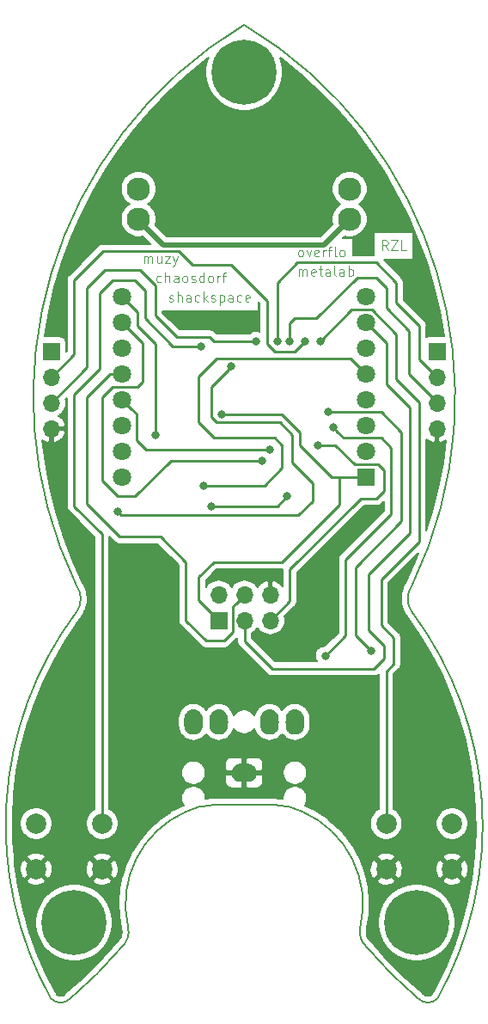
<source format=gtl>
%TF.GenerationSoftware,KiCad,Pcbnew,5.1.0*%
%TF.CreationDate,2019-05-24T21:58:45+02:00*%
%TF.ProjectId,c4-blinkenrocket,63342d62-6c69-46e6-9b65-6e726f636b65,rev?*%
%TF.SameCoordinates,PX5f5e100PY8f0d180*%
%TF.FileFunction,Copper,L1,Top*%
%TF.FilePolarity,Positive*%
%FSLAX46Y46*%
G04 Gerber Fmt 4.6, Leading zero omitted, Abs format (unit mm)*
G04 Created by KiCad (PCBNEW 5.1.0) date 2019-05-24 21:58:45*
%MOMM*%
%LPD*%
G04 APERTURE LIST*
%ADD10C,0.081280*%
%ADD11C,0.150000*%
%ADD12C,2.300000*%
%ADD13C,1.800000*%
%ADD14R,1.800000X1.800000*%
%ADD15C,6.400000*%
%ADD16C,2.000000*%
%ADD17O,1.700000X1.700000*%
%ADD18R,1.700000X1.700000*%
%ADD19C,0.800000*%
%ADD20C,0.500000*%
%ADD21C,0.250000*%
%ADD22C,0.200000*%
G04 APERTURE END LIST*
D10*
X39172784Y74466247D02*
X38851051Y74925866D01*
X38621241Y74466247D02*
X38621241Y75431447D01*
X38988936Y75431447D01*
X39080860Y75385485D01*
X39126822Y75339524D01*
X39172784Y75247600D01*
X39172784Y75109714D01*
X39126822Y75017790D01*
X39080860Y74971828D01*
X38988936Y74925866D01*
X38621241Y74925866D01*
X39494517Y75431447D02*
X40137984Y75431447D01*
X39494517Y74466247D01*
X40137984Y74466247D01*
X40965298Y74466247D02*
X40505679Y74466247D01*
X40505679Y75431447D01*
X30366241Y71926247D02*
X30366241Y72569714D01*
X30366241Y72477790D02*
X30412203Y72523752D01*
X30504127Y72569714D01*
X30642012Y72569714D01*
X30733936Y72523752D01*
X30779898Y72431828D01*
X30779898Y71926247D01*
X30779898Y72431828D02*
X30825860Y72523752D01*
X30917784Y72569714D01*
X31055670Y72569714D01*
X31147593Y72523752D01*
X31193555Y72431828D01*
X31193555Y71926247D01*
X32020870Y71972209D02*
X31928946Y71926247D01*
X31745098Y71926247D01*
X31653174Y71972209D01*
X31607212Y72064133D01*
X31607212Y72431828D01*
X31653174Y72523752D01*
X31745098Y72569714D01*
X31928946Y72569714D01*
X32020870Y72523752D01*
X32066832Y72431828D01*
X32066832Y72339905D01*
X31607212Y72247981D01*
X32342603Y72569714D02*
X32710298Y72569714D01*
X32480489Y72891447D02*
X32480489Y72064133D01*
X32526451Y71972209D01*
X32618374Y71926247D01*
X32710298Y71926247D01*
X33445689Y71926247D02*
X33445689Y72431828D01*
X33399727Y72523752D01*
X33307803Y72569714D01*
X33123955Y72569714D01*
X33032032Y72523752D01*
X33445689Y71972209D02*
X33353765Y71926247D01*
X33123955Y71926247D01*
X33032032Y71972209D01*
X32986070Y72064133D01*
X32986070Y72156057D01*
X33032032Y72247981D01*
X33123955Y72293943D01*
X33353765Y72293943D01*
X33445689Y72339905D01*
X34043193Y71926247D02*
X33951270Y71972209D01*
X33905308Y72064133D01*
X33905308Y72891447D01*
X34824546Y71926247D02*
X34824546Y72431828D01*
X34778584Y72523752D01*
X34686660Y72569714D01*
X34502812Y72569714D01*
X34410889Y72523752D01*
X34824546Y71972209D02*
X34732622Y71926247D01*
X34502812Y71926247D01*
X34410889Y71972209D01*
X34364927Y72064133D01*
X34364927Y72156057D01*
X34410889Y72247981D01*
X34502812Y72293943D01*
X34732622Y72293943D01*
X34824546Y72339905D01*
X35284165Y71926247D02*
X35284165Y72891447D01*
X35284165Y72523752D02*
X35376089Y72569714D01*
X35559936Y72569714D01*
X35651860Y72523752D01*
X35697822Y72477790D01*
X35743784Y72385866D01*
X35743784Y72110095D01*
X35697822Y72018171D01*
X35651860Y71972209D01*
X35559936Y71926247D01*
X35376089Y71926247D01*
X35284165Y71972209D01*
X17620279Y69432209D02*
X17712203Y69386247D01*
X17896051Y69386247D01*
X17987974Y69432209D01*
X18033936Y69524133D01*
X18033936Y69570095D01*
X17987974Y69662019D01*
X17896051Y69707981D01*
X17758165Y69707981D01*
X17666241Y69753943D01*
X17620279Y69845866D01*
X17620279Y69891828D01*
X17666241Y69983752D01*
X17758165Y70029714D01*
X17896051Y70029714D01*
X17987974Y69983752D01*
X18447593Y69386247D02*
X18447593Y70351447D01*
X18861251Y69386247D02*
X18861251Y69891828D01*
X18815289Y69983752D01*
X18723365Y70029714D01*
X18585479Y70029714D01*
X18493555Y69983752D01*
X18447593Y69937790D01*
X19734527Y69386247D02*
X19734527Y69891828D01*
X19688565Y69983752D01*
X19596641Y70029714D01*
X19412793Y70029714D01*
X19320870Y69983752D01*
X19734527Y69432209D02*
X19642603Y69386247D01*
X19412793Y69386247D01*
X19320870Y69432209D01*
X19274908Y69524133D01*
X19274908Y69616057D01*
X19320870Y69707981D01*
X19412793Y69753943D01*
X19642603Y69753943D01*
X19734527Y69799905D01*
X20607803Y69432209D02*
X20515879Y69386247D01*
X20332032Y69386247D01*
X20240108Y69432209D01*
X20194146Y69478171D01*
X20148184Y69570095D01*
X20148184Y69845866D01*
X20194146Y69937790D01*
X20240108Y69983752D01*
X20332032Y70029714D01*
X20515879Y70029714D01*
X20607803Y69983752D01*
X21021460Y69386247D02*
X21021460Y70351447D01*
X21113384Y69753943D02*
X21389155Y69386247D01*
X21389155Y70029714D02*
X21021460Y69662019D01*
X21756851Y69432209D02*
X21848774Y69386247D01*
X22032622Y69386247D01*
X22124546Y69432209D01*
X22170508Y69524133D01*
X22170508Y69570095D01*
X22124546Y69662019D01*
X22032622Y69707981D01*
X21894736Y69707981D01*
X21802812Y69753943D01*
X21756851Y69845866D01*
X21756851Y69891828D01*
X21802812Y69983752D01*
X21894736Y70029714D01*
X22032622Y70029714D01*
X22124546Y69983752D01*
X22584165Y70029714D02*
X22584165Y69064514D01*
X22584165Y69983752D02*
X22676089Y70029714D01*
X22859936Y70029714D01*
X22951860Y69983752D01*
X22997822Y69937790D01*
X23043784Y69845866D01*
X23043784Y69570095D01*
X22997822Y69478171D01*
X22951860Y69432209D01*
X22859936Y69386247D01*
X22676089Y69386247D01*
X22584165Y69432209D01*
X23871098Y69386247D02*
X23871098Y69891828D01*
X23825136Y69983752D01*
X23733212Y70029714D01*
X23549365Y70029714D01*
X23457441Y69983752D01*
X23871098Y69432209D02*
X23779174Y69386247D01*
X23549365Y69386247D01*
X23457441Y69432209D01*
X23411479Y69524133D01*
X23411479Y69616057D01*
X23457441Y69707981D01*
X23549365Y69753943D01*
X23779174Y69753943D01*
X23871098Y69799905D01*
X24744374Y69432209D02*
X24652451Y69386247D01*
X24468603Y69386247D01*
X24376679Y69432209D01*
X24330717Y69478171D01*
X24284755Y69570095D01*
X24284755Y69845866D01*
X24330717Y69937790D01*
X24376679Y69983752D01*
X24468603Y70029714D01*
X24652451Y70029714D01*
X24744374Y69983752D01*
X25525727Y69432209D02*
X25433803Y69386247D01*
X25249955Y69386247D01*
X25158032Y69432209D01*
X25112070Y69524133D01*
X25112070Y69891828D01*
X25158032Y69983752D01*
X25249955Y70029714D01*
X25433803Y70029714D01*
X25525727Y69983752D01*
X25571689Y69891828D01*
X25571689Y69799905D01*
X25112070Y69707981D01*
X16809898Y71337209D02*
X16717974Y71291247D01*
X16534127Y71291247D01*
X16442203Y71337209D01*
X16396241Y71383171D01*
X16350279Y71475095D01*
X16350279Y71750866D01*
X16396241Y71842790D01*
X16442203Y71888752D01*
X16534127Y71934714D01*
X16717974Y71934714D01*
X16809898Y71888752D01*
X17223555Y71291247D02*
X17223555Y72256447D01*
X17637212Y71291247D02*
X17637212Y71796828D01*
X17591251Y71888752D01*
X17499327Y71934714D01*
X17361441Y71934714D01*
X17269517Y71888752D01*
X17223555Y71842790D01*
X18510489Y71291247D02*
X18510489Y71796828D01*
X18464527Y71888752D01*
X18372603Y71934714D01*
X18188755Y71934714D01*
X18096832Y71888752D01*
X18510489Y71337209D02*
X18418565Y71291247D01*
X18188755Y71291247D01*
X18096832Y71337209D01*
X18050870Y71429133D01*
X18050870Y71521057D01*
X18096832Y71612981D01*
X18188755Y71658943D01*
X18418565Y71658943D01*
X18510489Y71704905D01*
X19107993Y71291247D02*
X19016070Y71337209D01*
X18970108Y71383171D01*
X18924146Y71475095D01*
X18924146Y71750866D01*
X18970108Y71842790D01*
X19016070Y71888752D01*
X19107993Y71934714D01*
X19245879Y71934714D01*
X19337803Y71888752D01*
X19383765Y71842790D01*
X19429727Y71750866D01*
X19429727Y71475095D01*
X19383765Y71383171D01*
X19337803Y71337209D01*
X19245879Y71291247D01*
X19107993Y71291247D01*
X19797422Y71337209D02*
X19889346Y71291247D01*
X20073193Y71291247D01*
X20165117Y71337209D01*
X20211079Y71429133D01*
X20211079Y71475095D01*
X20165117Y71567019D01*
X20073193Y71612981D01*
X19935308Y71612981D01*
X19843384Y71658943D01*
X19797422Y71750866D01*
X19797422Y71796828D01*
X19843384Y71888752D01*
X19935308Y71934714D01*
X20073193Y71934714D01*
X20165117Y71888752D01*
X21038393Y71291247D02*
X21038393Y72256447D01*
X21038393Y71337209D02*
X20946470Y71291247D01*
X20762622Y71291247D01*
X20670698Y71337209D01*
X20624736Y71383171D01*
X20578774Y71475095D01*
X20578774Y71750866D01*
X20624736Y71842790D01*
X20670698Y71888752D01*
X20762622Y71934714D01*
X20946470Y71934714D01*
X21038393Y71888752D01*
X21635898Y71291247D02*
X21543974Y71337209D01*
X21498012Y71383171D01*
X21452051Y71475095D01*
X21452051Y71750866D01*
X21498012Y71842790D01*
X21543974Y71888752D01*
X21635898Y71934714D01*
X21773784Y71934714D01*
X21865708Y71888752D01*
X21911670Y71842790D01*
X21957632Y71750866D01*
X21957632Y71475095D01*
X21911670Y71383171D01*
X21865708Y71337209D01*
X21773784Y71291247D01*
X21635898Y71291247D01*
X22371289Y71291247D02*
X22371289Y71934714D01*
X22371289Y71750866D02*
X22417251Y71842790D01*
X22463212Y71888752D01*
X22555136Y71934714D01*
X22647060Y71934714D01*
X22830908Y71934714D02*
X23198603Y71934714D01*
X22968793Y71291247D02*
X22968793Y72118562D01*
X23014755Y72210485D01*
X23106679Y72256447D01*
X23198603Y72256447D01*
X15126241Y73196247D02*
X15126241Y73839714D01*
X15126241Y73747790D02*
X15172203Y73793752D01*
X15264127Y73839714D01*
X15402012Y73839714D01*
X15493936Y73793752D01*
X15539898Y73701828D01*
X15539898Y73196247D01*
X15539898Y73701828D02*
X15585860Y73793752D01*
X15677784Y73839714D01*
X15815670Y73839714D01*
X15907593Y73793752D01*
X15953555Y73701828D01*
X15953555Y73196247D01*
X16826832Y73839714D02*
X16826832Y73196247D01*
X16413174Y73839714D02*
X16413174Y73334133D01*
X16459136Y73242209D01*
X16551060Y73196247D01*
X16688946Y73196247D01*
X16780870Y73242209D01*
X16826832Y73288171D01*
X17194527Y73839714D02*
X17700108Y73839714D01*
X17194527Y73196247D01*
X17700108Y73196247D01*
X17975879Y73839714D02*
X18205689Y73196247D01*
X18435498Y73839714D02*
X18205689Y73196247D01*
X18113765Y72966438D01*
X18067803Y72920476D01*
X17975879Y72874514D01*
X30504127Y73831247D02*
X30412203Y73877209D01*
X30366241Y73923171D01*
X30320279Y74015095D01*
X30320279Y74290866D01*
X30366241Y74382790D01*
X30412203Y74428752D01*
X30504127Y74474714D01*
X30642012Y74474714D01*
X30733936Y74428752D01*
X30779898Y74382790D01*
X30825860Y74290866D01*
X30825860Y74015095D01*
X30779898Y73923171D01*
X30733936Y73877209D01*
X30642012Y73831247D01*
X30504127Y73831247D01*
X31147593Y74474714D02*
X31377403Y73831247D01*
X31607212Y74474714D01*
X32342603Y73877209D02*
X32250679Y73831247D01*
X32066832Y73831247D01*
X31974908Y73877209D01*
X31928946Y73969133D01*
X31928946Y74336828D01*
X31974908Y74428752D01*
X32066832Y74474714D01*
X32250679Y74474714D01*
X32342603Y74428752D01*
X32388565Y74336828D01*
X32388565Y74244905D01*
X31928946Y74152981D01*
X32802222Y73831247D02*
X32802222Y74474714D01*
X32802222Y74290866D02*
X32848184Y74382790D01*
X32894146Y74428752D01*
X32986070Y74474714D01*
X33077993Y74474714D01*
X33261841Y74474714D02*
X33629536Y74474714D01*
X33399727Y73831247D02*
X33399727Y74658562D01*
X33445689Y74750485D01*
X33537612Y74796447D01*
X33629536Y74796447D01*
X34089155Y73831247D02*
X33997232Y73877209D01*
X33951270Y73969133D01*
X33951270Y74796447D01*
X34594736Y73831247D02*
X34502812Y73877209D01*
X34456851Y73923171D01*
X34410889Y74015095D01*
X34410889Y74290866D01*
X34456851Y74382790D01*
X34502812Y74428752D01*
X34594736Y74474714D01*
X34732622Y74474714D01*
X34824546Y74428752D01*
X34870508Y74382790D01*
X34916470Y74290866D01*
X34916470Y74015095D01*
X34870508Y73923171D01*
X34824546Y73877209D01*
X34732622Y73831247D01*
X34594736Y73831247D01*
D11*
X8493601Y41400284D02*
G75*
G02X8493600Y38860285I-1813748J-1269999D01*
G01*
X8493601Y38860285D02*
G75*
G03X5953600Y760285I28064427J-21005629D01*
G01*
X13573600Y7745285D02*
G75*
G02X19288600Y19175285I9668372J2309564D01*
G01*
X21828600Y19810285D02*
X28178600Y19810285D01*
X28178600Y19810285D02*
G75*
G02X30718600Y19175285I-162149J-6046100D01*
G01*
X25003600Y96645284D02*
G75*
G02X41513600Y41400285I-21889669J-36631251D01*
G01*
X41513600Y41400285D02*
G75*
G03X41513600Y38860285I1813748J-1270000D01*
G01*
X41513600Y38860284D02*
G75*
G02X44053600Y760285I-28064427J-21005628D01*
G01*
X44053599Y760285D02*
G75*
G02X42148600Y760285I-952499J922906D01*
G01*
X42148600Y760285D02*
G75*
G02X37068600Y5840285I27666882J32746882D01*
G01*
X37068600Y5840284D02*
G75*
G02X36433600Y7745285I1332279J1502427D01*
G01*
X36433601Y7745286D02*
G75*
G03X30718600Y19175285I-9668372J2309563D01*
G01*
X21828600Y19810285D02*
G75*
G03X19288600Y19175285I162150J-6046100D01*
G01*
X25003601Y96645286D02*
G75*
G03X8493600Y41400285I21889669J-36631253D01*
G01*
X5953601Y760285D02*
G75*
G03X7858600Y760285I952499J922906D01*
G01*
X12938600Y5840285D02*
G75*
G03X13573600Y7745285I-1332278J1502426D01*
G01*
X7858600Y760285D02*
G75*
G03X12938600Y5840285I-27666882J32746882D01*
G01*
D12*
X14600000Y77500000D03*
X14600000Y80500000D03*
X35400000Y77500000D03*
X35400000Y80500000D03*
D13*
X13000000Y69890000D03*
X37000000Y69890000D03*
X13000000Y67350000D03*
X37000000Y67350000D03*
X13000000Y64810000D03*
X37000000Y64810000D03*
X13000000Y62270000D03*
X37000000Y62270000D03*
X13000000Y59730000D03*
X37000000Y59730000D03*
X13000000Y57190000D03*
X37000000Y57190000D03*
X13000000Y54650000D03*
X37000000Y54650000D03*
X13000000Y52110000D03*
D14*
X37000000Y52110000D03*
D15*
X42000000Y8250000D03*
X8250000Y8250000D03*
X25000000Y92000000D03*
D16*
X45500000Y18000000D03*
X45500000Y13500000D03*
X39000000Y18000000D03*
X39000000Y13500000D03*
X11000000Y18000000D03*
X11000000Y13500000D03*
X4500000Y18000000D03*
X4500000Y13500000D03*
D11*
G36*
X22588216Y29245666D02*
G01*
X22675582Y29232707D01*
X22761257Y29211246D01*
X22844416Y29181492D01*
X22924258Y29143729D01*
X23000014Y29098323D01*
X23070955Y29045709D01*
X23136397Y28986396D01*
X23195710Y28920954D01*
X23248324Y28850013D01*
X23293730Y28774257D01*
X23331493Y28694415D01*
X23361247Y28611256D01*
X23382708Y28525581D01*
X23395667Y28438215D01*
X23400001Y28350000D01*
X23400001Y27650000D01*
X23395667Y27561785D01*
X23382708Y27474419D01*
X23361247Y27388744D01*
X23331493Y27305585D01*
X23293730Y27225743D01*
X23248324Y27149987D01*
X23195710Y27079046D01*
X23136397Y27013604D01*
X23070955Y26954291D01*
X23000014Y26901677D01*
X22924258Y26856271D01*
X22844416Y26818508D01*
X22761257Y26788754D01*
X22675582Y26767293D01*
X22588216Y26754334D01*
X22500001Y26750000D01*
X22499999Y26750000D01*
X22411784Y26754334D01*
X22324418Y26767293D01*
X22238743Y26788754D01*
X22155584Y26818508D01*
X22075742Y26856271D01*
X21999986Y26901677D01*
X21929045Y26954291D01*
X21863603Y27013604D01*
X21804290Y27079046D01*
X21751676Y27149987D01*
X21706270Y27225743D01*
X21668507Y27305585D01*
X21638753Y27388744D01*
X21617292Y27474419D01*
X21604333Y27561785D01*
X21599999Y27650000D01*
X21599999Y28350000D01*
X21604333Y28438215D01*
X21617292Y28525581D01*
X21638753Y28611256D01*
X21668507Y28694415D01*
X21706270Y28774257D01*
X21751676Y28850013D01*
X21804290Y28920954D01*
X21863603Y28986396D01*
X21929045Y29045709D01*
X21999986Y29098323D01*
X22075742Y29143729D01*
X22155584Y29181492D01*
X22238743Y29211246D01*
X22324418Y29232707D01*
X22411784Y29245666D01*
X22499999Y29250000D01*
X22500001Y29250000D01*
X22588216Y29245666D01*
X22588216Y29245666D01*
G37*
D13*
X22500000Y28000000D03*
D11*
G36*
X27588216Y29245666D02*
G01*
X27675582Y29232707D01*
X27761257Y29211246D01*
X27844416Y29181492D01*
X27924258Y29143729D01*
X28000014Y29098323D01*
X28070955Y29045709D01*
X28136397Y28986396D01*
X28195710Y28920954D01*
X28248324Y28850013D01*
X28293730Y28774257D01*
X28331493Y28694415D01*
X28361247Y28611256D01*
X28382708Y28525581D01*
X28395667Y28438215D01*
X28400001Y28350000D01*
X28400001Y27650000D01*
X28395667Y27561785D01*
X28382708Y27474419D01*
X28361247Y27388744D01*
X28331493Y27305585D01*
X28293730Y27225743D01*
X28248324Y27149987D01*
X28195710Y27079046D01*
X28136397Y27013604D01*
X28070955Y26954291D01*
X28000014Y26901677D01*
X27924258Y26856271D01*
X27844416Y26818508D01*
X27761257Y26788754D01*
X27675582Y26767293D01*
X27588216Y26754334D01*
X27500001Y26750000D01*
X27499999Y26750000D01*
X27411784Y26754334D01*
X27324418Y26767293D01*
X27238743Y26788754D01*
X27155584Y26818508D01*
X27075742Y26856271D01*
X26999986Y26901677D01*
X26929045Y26954291D01*
X26863603Y27013604D01*
X26804290Y27079046D01*
X26751676Y27149987D01*
X26706270Y27225743D01*
X26668507Y27305585D01*
X26638753Y27388744D01*
X26617292Y27474419D01*
X26604333Y27561785D01*
X26599999Y27650000D01*
X26599999Y28350000D01*
X26604333Y28438215D01*
X26617292Y28525581D01*
X26638753Y28611256D01*
X26668507Y28694415D01*
X26706270Y28774257D01*
X26751676Y28850013D01*
X26804290Y28920954D01*
X26863603Y28986396D01*
X26929045Y29045709D01*
X26999986Y29098323D01*
X27075742Y29143729D01*
X27155584Y29181492D01*
X27238743Y29211246D01*
X27324418Y29232707D01*
X27411784Y29245666D01*
X27499999Y29250000D01*
X27500001Y29250000D01*
X27588216Y29245666D01*
X27588216Y29245666D01*
G37*
D13*
X27500000Y28000000D03*
D11*
G36*
X20088216Y29245666D02*
G01*
X20175582Y29232707D01*
X20261257Y29211246D01*
X20344416Y29181492D01*
X20424258Y29143729D01*
X20500014Y29098323D01*
X20570955Y29045709D01*
X20636397Y28986396D01*
X20695710Y28920954D01*
X20748324Y28850013D01*
X20793730Y28774257D01*
X20831493Y28694415D01*
X20861247Y28611256D01*
X20882708Y28525581D01*
X20895667Y28438215D01*
X20900001Y28350000D01*
X20900001Y27650000D01*
X20895667Y27561785D01*
X20882708Y27474419D01*
X20861247Y27388744D01*
X20831493Y27305585D01*
X20793730Y27225743D01*
X20748324Y27149987D01*
X20695710Y27079046D01*
X20636397Y27013604D01*
X20570955Y26954291D01*
X20500014Y26901677D01*
X20424258Y26856271D01*
X20344416Y26818508D01*
X20261257Y26788754D01*
X20175582Y26767293D01*
X20088216Y26754334D01*
X20000001Y26750000D01*
X19999999Y26750000D01*
X19911784Y26754334D01*
X19824418Y26767293D01*
X19738743Y26788754D01*
X19655584Y26818508D01*
X19575742Y26856271D01*
X19499986Y26901677D01*
X19429045Y26954291D01*
X19363603Y27013604D01*
X19304290Y27079046D01*
X19251676Y27149987D01*
X19206270Y27225743D01*
X19168507Y27305585D01*
X19138753Y27388744D01*
X19117292Y27474419D01*
X19104333Y27561785D01*
X19099999Y27650000D01*
X19099999Y28350000D01*
X19104333Y28438215D01*
X19117292Y28525581D01*
X19138753Y28611256D01*
X19168507Y28694415D01*
X19206270Y28774257D01*
X19251676Y28850013D01*
X19304290Y28920954D01*
X19363603Y28986396D01*
X19429045Y29045709D01*
X19499986Y29098323D01*
X19575742Y29143729D01*
X19655584Y29181492D01*
X19738743Y29211246D01*
X19824418Y29232707D01*
X19911784Y29245666D01*
X19999999Y29250000D01*
X20000001Y29250000D01*
X20088216Y29245666D01*
X20088216Y29245666D01*
G37*
D13*
X20000000Y28000000D03*
D11*
G36*
X30088216Y29245666D02*
G01*
X30175582Y29232707D01*
X30261257Y29211246D01*
X30344416Y29181492D01*
X30424258Y29143729D01*
X30500014Y29098323D01*
X30570955Y29045709D01*
X30636397Y28986396D01*
X30695710Y28920954D01*
X30748324Y28850013D01*
X30793730Y28774257D01*
X30831493Y28694415D01*
X30861247Y28611256D01*
X30882708Y28525581D01*
X30895667Y28438215D01*
X30900001Y28350000D01*
X30900001Y27650000D01*
X30895667Y27561785D01*
X30882708Y27474419D01*
X30861247Y27388744D01*
X30831493Y27305585D01*
X30793730Y27225743D01*
X30748324Y27149987D01*
X30695710Y27079046D01*
X30636397Y27013604D01*
X30570955Y26954291D01*
X30500014Y26901677D01*
X30424258Y26856271D01*
X30344416Y26818508D01*
X30261257Y26788754D01*
X30175582Y26767293D01*
X30088216Y26754334D01*
X30000001Y26750000D01*
X29999999Y26750000D01*
X29911784Y26754334D01*
X29824418Y26767293D01*
X29738743Y26788754D01*
X29655584Y26818508D01*
X29575742Y26856271D01*
X29499986Y26901677D01*
X29429045Y26954291D01*
X29363603Y27013604D01*
X29304290Y27079046D01*
X29251676Y27149987D01*
X29206270Y27225743D01*
X29168507Y27305585D01*
X29138753Y27388744D01*
X29117292Y27474419D01*
X29104333Y27561785D01*
X29099999Y27650000D01*
X29099999Y28350000D01*
X29104333Y28438215D01*
X29117292Y28525581D01*
X29138753Y28611256D01*
X29168507Y28694415D01*
X29206270Y28774257D01*
X29251676Y28850013D01*
X29304290Y28920954D01*
X29363603Y28986396D01*
X29429045Y29045709D01*
X29499986Y29098323D01*
X29575742Y29143729D01*
X29655584Y29181492D01*
X29738743Y29211246D01*
X29824418Y29232707D01*
X29911784Y29245666D01*
X29999999Y29250000D01*
X30000001Y29250000D01*
X30088216Y29245666D01*
X30088216Y29245666D01*
G37*
D13*
X30000000Y28000000D03*
D11*
G36*
X25438215Y23895667D02*
G01*
X25525581Y23882708D01*
X25611256Y23861247D01*
X25694415Y23831493D01*
X25774257Y23793730D01*
X25850013Y23748324D01*
X25920954Y23695710D01*
X25986396Y23636397D01*
X26045709Y23570955D01*
X26098323Y23500014D01*
X26143729Y23424258D01*
X26181492Y23344416D01*
X26211246Y23261257D01*
X26232707Y23175582D01*
X26245666Y23088216D01*
X26250000Y23000001D01*
X26250000Y22999999D01*
X26245666Y22911784D01*
X26232707Y22824418D01*
X26211246Y22738743D01*
X26181492Y22655584D01*
X26143729Y22575742D01*
X26098323Y22499986D01*
X26045709Y22429045D01*
X25986396Y22363603D01*
X25920954Y22304290D01*
X25850013Y22251676D01*
X25774257Y22206270D01*
X25694415Y22168507D01*
X25611256Y22138753D01*
X25525581Y22117292D01*
X25438215Y22104333D01*
X25350000Y22099999D01*
X24650000Y22099999D01*
X24561785Y22104333D01*
X24474419Y22117292D01*
X24388744Y22138753D01*
X24305585Y22168507D01*
X24225743Y22206270D01*
X24149987Y22251676D01*
X24079046Y22304290D01*
X24013604Y22363603D01*
X23954291Y22429045D01*
X23901677Y22499986D01*
X23856271Y22575742D01*
X23818508Y22655584D01*
X23788754Y22738743D01*
X23767293Y22824418D01*
X23754334Y22911784D01*
X23750000Y22999999D01*
X23750000Y23000001D01*
X23754334Y23088216D01*
X23767293Y23175582D01*
X23788754Y23261257D01*
X23818508Y23344416D01*
X23856271Y23424258D01*
X23901677Y23500014D01*
X23954291Y23570955D01*
X24013604Y23636397D01*
X24079046Y23695710D01*
X24149987Y23748324D01*
X24225743Y23793730D01*
X24305585Y23831493D01*
X24388744Y23861247D01*
X24474419Y23882708D01*
X24561785Y23895667D01*
X24650000Y23900001D01*
X25350000Y23900001D01*
X25438215Y23895667D01*
X25438215Y23895667D01*
G37*
D13*
X25000000Y23000000D03*
D17*
X6000000Y56880000D03*
X6000000Y59420000D03*
X6000000Y61960000D03*
D18*
X6000000Y64500000D03*
D17*
X44000000Y56880000D03*
X44000000Y59420000D03*
X44000000Y61960000D03*
D18*
X44000000Y64500000D03*
D17*
X27580000Y40540000D03*
X27580000Y38000000D03*
X25040000Y40540000D03*
X25040000Y38000000D03*
X22500000Y40540000D03*
D18*
X22500000Y38000000D03*
D19*
X17500000Y42500000D03*
X17500000Y37500000D03*
X17500000Y32500000D03*
X32500000Y37500000D03*
X32500000Y42500000D03*
X32500000Y27500000D03*
X32500000Y22500000D03*
X7500000Y22500000D03*
X7500000Y30000000D03*
X28925000Y78475000D03*
X25050000Y85200000D03*
X25050000Y87850000D03*
X21125000Y78475000D03*
X24750000Y67250000D03*
X18500000Y68000000D03*
X14000000Y32250000D03*
X14000000Y30250000D03*
X31050000Y77200000D03*
X18950000Y77200000D03*
X12500000Y48750000D03*
X23750000Y63000000D03*
X32250000Y55250000D03*
X22750000Y58250000D03*
X29500000Y65500000D03*
X28250000Y65500000D03*
X26200000Y65500000D03*
X31000000Y65500000D03*
X20750006Y65000000D03*
X32500000Y65500000D03*
X16250000Y56250000D03*
X26750000Y53750000D03*
X21000002Y51250000D03*
X27500000Y54800000D03*
X29250000Y50250000D03*
X21750000Y49250000D03*
X33000000Y34500000D03*
X33750000Y57000000D03*
X37500000Y35000000D03*
X33250000Y58500000D03*
D20*
X17000000Y75000000D02*
X32900000Y75000000D01*
X32900000Y75000000D02*
X35400000Y77500000D01*
X14600000Y77500000D02*
X14600000Y77400000D01*
X14600000Y77400000D02*
X17000000Y75000000D01*
D21*
X29750000Y53500000D02*
X29750000Y56250000D01*
X22250000Y57500000D02*
X21750000Y58000000D01*
X28500000Y57500000D02*
X22250000Y57500000D01*
X29750000Y56250000D02*
X28500000Y57500000D01*
X23350001Y62600001D02*
X23750000Y63000000D01*
X31750000Y51500000D02*
X29750000Y53500000D01*
X12899999Y48350001D02*
X30350001Y48350001D01*
X30350001Y48350001D02*
X31750000Y49750000D01*
X21750000Y61000000D02*
X23350001Y62600001D01*
X31750000Y49750000D02*
X31750000Y51500000D01*
X21750000Y58000000D02*
X21750000Y61000000D01*
X12500000Y48750000D02*
X12899999Y48350001D01*
X29500000Y39920000D02*
X27580000Y38000000D01*
X36500000Y50000000D02*
X29500000Y43000000D01*
X38000000Y50000000D02*
X36500000Y50000000D01*
X34000000Y55250000D02*
X35914999Y53335001D01*
X32250000Y55250000D02*
X34000000Y55250000D01*
X29500000Y43000000D02*
X29500000Y39920000D01*
X35914999Y53335001D02*
X38160001Y53335001D01*
X38160001Y53335001D02*
X38750000Y52745002D01*
X38750000Y50750000D02*
X38000000Y50000000D01*
X38750000Y52745002D02*
X38750000Y50750000D01*
X23864999Y39364999D02*
X24190001Y39690001D01*
X12750000Y46250000D02*
X16750000Y46250000D01*
X16750000Y46250000D02*
X19250000Y43750000D01*
X9500000Y49500000D02*
X12750000Y46250000D01*
X9500000Y60000000D02*
X9500000Y49500000D01*
X24190001Y39690001D02*
X25040000Y40540000D01*
X13000000Y62270000D02*
X11770000Y62270000D01*
X11770000Y62270000D02*
X9500000Y60000000D01*
X19250000Y38000000D02*
X21250000Y36000000D01*
X19250000Y43750000D02*
X19250000Y38000000D01*
X21250000Y36000000D02*
X23000000Y36000000D01*
X23000000Y36000000D02*
X23864999Y36864999D01*
X23864999Y36864999D02*
X23864999Y39364999D01*
X36990000Y52100000D02*
X37000000Y52110000D01*
X33640000Y52110000D02*
X37000000Y52110000D01*
X30500000Y55250000D02*
X33640000Y52110000D01*
X30500000Y56500000D02*
X30500000Y55250000D01*
X22750000Y58250000D02*
X28750000Y58250000D01*
X28750000Y58250000D02*
X30500000Y56500000D01*
X34390000Y49390000D02*
X34390000Y52110000D01*
X20500000Y40000000D02*
X20500000Y42250000D01*
X22500000Y38000000D02*
X20500000Y40000000D01*
X20500000Y42250000D02*
X22000000Y43750000D01*
X22000000Y43750000D02*
X28750000Y43750000D01*
X28750000Y43750000D02*
X34390000Y49390000D01*
X44000000Y59500000D02*
X44000000Y59420000D01*
X39000000Y68750000D02*
X41250000Y66500000D01*
X39000000Y70750000D02*
X39000000Y68750000D01*
X38000000Y71750000D02*
X39000000Y70750000D01*
X29500000Y65500000D02*
X29500000Y67250000D01*
X41250000Y62250000D02*
X44000000Y59500000D01*
X30000000Y67750000D02*
X32121139Y67750000D01*
X41250000Y66500000D02*
X41250000Y62250000D01*
X29500000Y67250000D02*
X30000000Y67750000D01*
X32121139Y67750000D02*
X36121139Y71750000D01*
X36121139Y71750000D02*
X38000000Y71750000D01*
X42250000Y63710000D02*
X44000000Y61960000D01*
X40000000Y69250000D02*
X42250000Y67000000D01*
X28250000Y71250000D02*
X30257097Y73257097D01*
X42250000Y67000000D02*
X42250000Y63710000D01*
X30257097Y73257097D02*
X37992903Y73257097D01*
X28250000Y65500000D02*
X28250000Y71250000D01*
X37992903Y73257097D02*
X40000000Y71250000D01*
X40000000Y71250000D02*
X40000000Y69250000D01*
X9500000Y62920000D02*
X6000000Y59420000D01*
X11250000Y72500000D02*
X9500000Y70750000D01*
X16250000Y68000000D02*
X16250000Y71000000D01*
X9500000Y70750000D02*
X9500000Y62920000D01*
X26200000Y65500000D02*
X22000000Y65500000D01*
X14750000Y72500000D02*
X11250000Y72500000D01*
X16250000Y71000000D02*
X14750000Y72500000D01*
X22000000Y65500000D02*
X21600001Y65899999D01*
X21600001Y65899999D02*
X18350001Y65899999D01*
X18350001Y65899999D02*
X16250000Y68000000D01*
X30000000Y64500000D02*
X31000000Y65500000D01*
X27250000Y65250000D02*
X28000000Y64500000D01*
X28000000Y64500000D02*
X30000000Y64500000D01*
X23750000Y73000000D02*
X27250000Y69500000D01*
X27250000Y69500000D02*
X27250000Y65250000D01*
X8250000Y64210000D02*
X8250000Y71500000D01*
X19900000Y73000000D02*
X23750000Y73000000D01*
X8250000Y71500000D02*
X11100000Y74350000D01*
X6000000Y61960000D02*
X8250000Y64210000D01*
X11100000Y74350000D02*
X18550000Y74350000D01*
X18550000Y74350000D02*
X19900000Y73000000D01*
X10750000Y70250000D02*
X12000000Y71500000D01*
X18000000Y65000000D02*
X20750006Y65000000D01*
X15250000Y67750000D02*
X18000000Y65000000D01*
X11000000Y46500000D02*
X8250000Y49250000D01*
X15250000Y70500006D02*
X15250000Y67750000D01*
X11000000Y18000000D02*
X11000000Y46500000D01*
X10750000Y62750000D02*
X10750000Y70250000D01*
X14250006Y71500000D02*
X15250000Y70500006D01*
X8250000Y49250000D02*
X8250000Y60250000D01*
X12000000Y71500000D02*
X14250006Y71500000D01*
X8250000Y60250000D02*
X10750000Y62750000D01*
X39000000Y33000000D02*
X39000000Y18000000D01*
X40000000Y61750000D02*
X42250000Y59500000D01*
X42250000Y59500000D02*
X42250000Y45750000D01*
X39750000Y36250000D02*
X39750000Y33750000D01*
X37588001Y68575001D02*
X40000000Y66163002D01*
X40000000Y66163002D02*
X40000000Y61750000D01*
X38500000Y37500000D02*
X39750000Y36250000D01*
X38500000Y42000000D02*
X38500000Y37500000D01*
X35575001Y68575001D02*
X37588001Y68575001D01*
X42250000Y45750000D02*
X38500000Y42000000D01*
X32500000Y65500000D02*
X35575001Y68575001D01*
X39750000Y33750000D02*
X39000000Y33000000D01*
X25040000Y35960000D02*
X25040000Y38000000D01*
X41330948Y46580948D02*
X37250000Y42500000D01*
X41330948Y58919052D02*
X41330948Y46580948D01*
X39000000Y61250000D02*
X41330948Y58919052D01*
X37000000Y67350000D02*
X39000000Y65350000D01*
X39000000Y65350000D02*
X39000000Y61250000D01*
X38750000Y35500000D02*
X38750000Y34250000D01*
X38750000Y34250000D02*
X37750000Y33250000D01*
X37250000Y37000000D02*
X38750000Y35500000D01*
X37750000Y33250000D02*
X27750000Y33250000D01*
X37250000Y42500000D02*
X37250000Y37000000D01*
X27750000Y33250000D02*
X25040000Y35960000D01*
X14500000Y67000000D02*
X16250000Y65250000D01*
X13000000Y69890000D02*
X14500000Y68390000D01*
X16250000Y65250000D02*
X16250000Y56815685D01*
X16250000Y56815685D02*
X16250000Y56250000D01*
X14500000Y68390000D02*
X14500000Y67000000D01*
X14250000Y50250000D02*
X17750000Y53750000D01*
X17750000Y53750000D02*
X26750000Y53750000D01*
X11000000Y51750000D02*
X12500000Y50250000D01*
X15000000Y65350000D02*
X15000000Y61500000D01*
X14500000Y61000000D02*
X12000000Y61000000D01*
X13000000Y67350000D02*
X15000000Y65350000D01*
X15000000Y61500000D02*
X14500000Y61000000D01*
X12500000Y50250000D02*
X14250000Y50250000D01*
X11000000Y60000000D02*
X11000000Y51750000D01*
X12000000Y61000000D02*
X11000000Y60000000D01*
X28750000Y53000000D02*
X27000000Y51250000D01*
X22000000Y56000000D02*
X28000000Y56000000D01*
X28750000Y55250000D02*
X28750000Y53000000D01*
X20500000Y62000000D02*
X20500000Y57500000D01*
X28000000Y56000000D02*
X28750000Y55250000D01*
X27000000Y51250000D02*
X21565687Y51250000D01*
X37000000Y62270000D02*
X35520000Y63750000D01*
X35520000Y63750000D02*
X22250000Y63750000D01*
X22250000Y63750000D02*
X20500000Y62000000D01*
X21565687Y51250000D02*
X21000002Y51250000D01*
X20500000Y57500000D02*
X22000000Y56000000D01*
X14400000Y55700000D02*
X14400000Y58330000D01*
X13899999Y58830001D02*
X13000000Y59730000D01*
X14400000Y58330000D02*
X13899999Y58830001D01*
X15300000Y54800000D02*
X14400000Y55700000D01*
X27500000Y54800000D02*
X15300000Y54800000D01*
X29250000Y50250000D02*
X28250000Y49250000D01*
X28250000Y49250000D02*
X22315685Y49250000D01*
X22315685Y49250000D02*
X21750000Y49250000D01*
X34785001Y55964999D02*
X34149999Y56600001D01*
X33000000Y34500000D02*
X35000000Y36500000D01*
X39500000Y55000000D02*
X38535001Y55964999D01*
X34149999Y56600001D02*
X33750000Y57000000D01*
X35000000Y44000000D02*
X39500000Y48500000D01*
X38535001Y55964999D02*
X34785001Y55964999D01*
X35000000Y36500000D02*
X35000000Y44000000D01*
X39500000Y48500000D02*
X39500000Y55000000D01*
X40500000Y56500000D02*
X38500000Y58500000D01*
X37500000Y35000000D02*
X36000000Y36500000D01*
X36000000Y36500000D02*
X36000000Y43250000D01*
X38500000Y58500000D02*
X33815685Y58500000D01*
X40500000Y47750000D02*
X40500000Y56500000D01*
X33815685Y58500000D02*
X33250000Y58500000D01*
X36000000Y43250000D02*
X40500000Y47750000D01*
D22*
G36*
X7525000Y49285597D02*
G01*
X7521494Y49250000D01*
X7525000Y49214403D01*
X7525000Y49214394D01*
X7535491Y49107876D01*
X7563711Y49014848D01*
X7576947Y48971213D01*
X7644269Y48845264D01*
X7707195Y48768589D01*
X7734868Y48734869D01*
X7762524Y48712172D01*
X10275001Y46199694D01*
X10275000Y19431523D01*
X10242116Y19417902D01*
X9980059Y19242801D01*
X9757199Y19019941D01*
X9582098Y18757884D01*
X9461487Y18466703D01*
X9400000Y18157586D01*
X9400000Y17842414D01*
X9461487Y17533297D01*
X9582098Y17242116D01*
X9757199Y16980059D01*
X9980059Y16757199D01*
X10242116Y16582098D01*
X10533297Y16461487D01*
X10842414Y16400000D01*
X11157586Y16400000D01*
X11466703Y16461487D01*
X11757884Y16582098D01*
X12019941Y16757199D01*
X12242801Y16980059D01*
X12417902Y17242116D01*
X12538513Y17533297D01*
X12600000Y17842414D01*
X12600000Y18157586D01*
X12538513Y18466703D01*
X12417902Y18757884D01*
X12242801Y19019941D01*
X12019941Y19242801D01*
X11757884Y19417902D01*
X11725000Y19431523D01*
X11725000Y23118190D01*
X18800000Y23118190D01*
X18800000Y22881810D01*
X18846116Y22649973D01*
X18936574Y22431587D01*
X19067899Y22235045D01*
X19235045Y22067899D01*
X19431587Y21936574D01*
X19649973Y21846116D01*
X19881810Y21800000D01*
X20118190Y21800000D01*
X20350027Y21846116D01*
X20568413Y21936574D01*
X20764955Y22067899D01*
X20797056Y22100000D01*
X23139058Y22100000D01*
X23150797Y21980811D01*
X23185563Y21866203D01*
X23242020Y21760579D01*
X23317999Y21667999D01*
X23410579Y21592020D01*
X23516203Y21535563D01*
X23630811Y21500797D01*
X23750000Y21489058D01*
X24694000Y21492000D01*
X24846000Y21644000D01*
X24846000Y22846000D01*
X25154000Y22846000D01*
X25154000Y21644000D01*
X25306000Y21492000D01*
X26250000Y21489058D01*
X26369189Y21500797D01*
X26483797Y21535563D01*
X26589421Y21592020D01*
X26682001Y21667999D01*
X26757980Y21760579D01*
X26814437Y21866203D01*
X26849203Y21980811D01*
X26860942Y22100000D01*
X26858000Y22694000D01*
X26706000Y22846000D01*
X25154000Y22846000D01*
X24846000Y22846000D01*
X23294000Y22846000D01*
X23142000Y22694000D01*
X23139058Y22100000D01*
X20797056Y22100000D01*
X20932101Y22235045D01*
X21063426Y22431587D01*
X21153884Y22649973D01*
X21200000Y22881810D01*
X21200000Y23118190D01*
X28800000Y23118190D01*
X28800000Y22881810D01*
X28846116Y22649973D01*
X28936574Y22431587D01*
X29067899Y22235045D01*
X29235045Y22067899D01*
X29431587Y21936574D01*
X29649973Y21846116D01*
X29881810Y21800000D01*
X30118190Y21800000D01*
X30350027Y21846116D01*
X30568413Y21936574D01*
X30764955Y22067899D01*
X30932101Y22235045D01*
X31063426Y22431587D01*
X31153884Y22649973D01*
X31200000Y22881810D01*
X31200000Y23118190D01*
X31153884Y23350027D01*
X31063426Y23568413D01*
X30932101Y23764955D01*
X30764955Y23932101D01*
X30568413Y24063426D01*
X30350027Y24153884D01*
X30118190Y24200000D01*
X29881810Y24200000D01*
X29649973Y24153884D01*
X29431587Y24063426D01*
X29235045Y23932101D01*
X29067899Y23764955D01*
X28936574Y23568413D01*
X28846116Y23350027D01*
X28800000Y23118190D01*
X21200000Y23118190D01*
X21153884Y23350027D01*
X21063426Y23568413D01*
X20932101Y23764955D01*
X20797056Y23900000D01*
X23139058Y23900000D01*
X23142000Y23306000D01*
X23294000Y23154000D01*
X24846000Y23154000D01*
X24846000Y24356000D01*
X25154000Y24356000D01*
X25154000Y23154000D01*
X26706000Y23154000D01*
X26858000Y23306000D01*
X26860942Y23900000D01*
X26849203Y24019189D01*
X26814437Y24133797D01*
X26757980Y24239421D01*
X26682001Y24332001D01*
X26589421Y24407980D01*
X26483797Y24464437D01*
X26369189Y24499203D01*
X26250000Y24510942D01*
X25306000Y24508000D01*
X25154000Y24356000D01*
X24846000Y24356000D01*
X24694000Y24508000D01*
X23750000Y24510942D01*
X23630811Y24499203D01*
X23516203Y24464437D01*
X23410579Y24407980D01*
X23317999Y24332001D01*
X23242020Y24239421D01*
X23185563Y24133797D01*
X23150797Y24019189D01*
X23139058Y23900000D01*
X20797056Y23900000D01*
X20764955Y23932101D01*
X20568413Y24063426D01*
X20350027Y24153884D01*
X20118190Y24200000D01*
X19881810Y24200000D01*
X19649973Y24153884D01*
X19431587Y24063426D01*
X19235045Y23932101D01*
X19067899Y23764955D01*
X18936574Y23568413D01*
X18846116Y23350027D01*
X18800000Y23118190D01*
X11725000Y23118190D01*
X11725000Y28350000D01*
X18497096Y28350000D01*
X18497096Y27650000D01*
X18525974Y27356798D01*
X18611498Y27074864D01*
X18750381Y26815032D01*
X18937286Y26587287D01*
X19165031Y26400382D01*
X19424863Y26261499D01*
X19706797Y26175975D01*
X19999999Y26147097D01*
X20000001Y26147097D01*
X20293203Y26175975D01*
X20575137Y26261499D01*
X20834969Y26400382D01*
X21062714Y26587287D01*
X21249619Y26815032D01*
X21250000Y26815745D01*
X21250381Y26815032D01*
X21437286Y26587287D01*
X21665031Y26400382D01*
X21924863Y26261499D01*
X22206797Y26175975D01*
X22499999Y26147097D01*
X22500001Y26147097D01*
X22793203Y26175975D01*
X23075137Y26261499D01*
X23334969Y26400382D01*
X23562714Y26587287D01*
X23749619Y26815032D01*
X23888502Y27074864D01*
X23974026Y27356798D01*
X23975634Y27373129D01*
X24067899Y27235045D01*
X24235045Y27067899D01*
X24431587Y26936574D01*
X24649973Y26846116D01*
X24881810Y26800000D01*
X25118190Y26800000D01*
X25350027Y26846116D01*
X25568413Y26936574D01*
X25764955Y27067899D01*
X25932101Y27235045D01*
X26024366Y27373129D01*
X26025974Y27356798D01*
X26111498Y27074864D01*
X26250381Y26815032D01*
X26437286Y26587287D01*
X26665031Y26400382D01*
X26924863Y26261499D01*
X27206797Y26175975D01*
X27499999Y26147097D01*
X27500001Y26147097D01*
X27793203Y26175975D01*
X28075137Y26261499D01*
X28334969Y26400382D01*
X28562714Y26587287D01*
X28749619Y26815032D01*
X28750000Y26815745D01*
X28750381Y26815032D01*
X28937286Y26587287D01*
X29165031Y26400382D01*
X29424863Y26261499D01*
X29706797Y26175975D01*
X29999999Y26147097D01*
X30000001Y26147097D01*
X30293203Y26175975D01*
X30575137Y26261499D01*
X30834969Y26400382D01*
X31062714Y26587287D01*
X31249619Y26815032D01*
X31388502Y27074864D01*
X31474026Y27356798D01*
X31502904Y27650000D01*
X31502904Y28350000D01*
X31474026Y28643202D01*
X31388502Y28925136D01*
X31249619Y29184968D01*
X31062714Y29412713D01*
X30834969Y29599618D01*
X30575137Y29738501D01*
X30293203Y29824025D01*
X30000001Y29852903D01*
X29999999Y29852903D01*
X29706797Y29824025D01*
X29424863Y29738501D01*
X29165031Y29599618D01*
X28937286Y29412713D01*
X28750381Y29184968D01*
X28750000Y29184255D01*
X28749619Y29184968D01*
X28562714Y29412713D01*
X28334969Y29599618D01*
X28075137Y29738501D01*
X27793203Y29824025D01*
X27500001Y29852903D01*
X27499999Y29852903D01*
X27206797Y29824025D01*
X26924863Y29738501D01*
X26665031Y29599618D01*
X26437286Y29412713D01*
X26250381Y29184968D01*
X26111498Y28925136D01*
X26025974Y28643202D01*
X26024366Y28626871D01*
X25932101Y28764955D01*
X25764955Y28932101D01*
X25568413Y29063426D01*
X25350027Y29153884D01*
X25118190Y29200000D01*
X24881810Y29200000D01*
X24649973Y29153884D01*
X24431587Y29063426D01*
X24235045Y28932101D01*
X24067899Y28764955D01*
X23975634Y28626871D01*
X23974026Y28643202D01*
X23888502Y28925136D01*
X23749619Y29184968D01*
X23562714Y29412713D01*
X23334969Y29599618D01*
X23075137Y29738501D01*
X22793203Y29824025D01*
X22500001Y29852903D01*
X22499999Y29852903D01*
X22206797Y29824025D01*
X21924863Y29738501D01*
X21665031Y29599618D01*
X21437286Y29412713D01*
X21250381Y29184968D01*
X21250000Y29184255D01*
X21249619Y29184968D01*
X21062714Y29412713D01*
X20834969Y29599618D01*
X20575137Y29738501D01*
X20293203Y29824025D01*
X20000001Y29852903D01*
X19999999Y29852903D01*
X19706797Y29824025D01*
X19424863Y29738501D01*
X19165031Y29599618D01*
X18937286Y29412713D01*
X18750381Y29184968D01*
X18611498Y28925136D01*
X18525974Y28643202D01*
X18497096Y28350000D01*
X11725000Y28350000D01*
X11725000Y46249695D01*
X12212172Y45762523D01*
X12234868Y45734868D01*
X12262523Y45712172D01*
X12262525Y45712170D01*
X12312318Y45671306D01*
X12345263Y45644269D01*
X12471212Y45576947D01*
X12607875Y45535491D01*
X12714393Y45525000D01*
X12714402Y45525000D01*
X12749999Y45521494D01*
X12785596Y45525000D01*
X16449696Y45525000D01*
X18525000Y43449695D01*
X18525001Y38035607D01*
X18521494Y38000000D01*
X18535492Y37857876D01*
X18576947Y37721213D01*
X18644269Y37595264D01*
X18712170Y37512526D01*
X18712173Y37512523D01*
X18734869Y37484868D01*
X18762523Y37462173D01*
X20712172Y35512523D01*
X20734868Y35484868D01*
X20762523Y35462172D01*
X20762525Y35462170D01*
X20813955Y35419963D01*
X20845263Y35394269D01*
X20971212Y35326947D01*
X21107875Y35285491D01*
X21214393Y35275000D01*
X21214402Y35275000D01*
X21249999Y35271494D01*
X21285596Y35275000D01*
X22964403Y35275000D01*
X23000000Y35271494D01*
X23035597Y35275000D01*
X23035607Y35275000D01*
X23142125Y35285491D01*
X23278788Y35326947D01*
X23404737Y35394269D01*
X23515132Y35484868D01*
X23537832Y35512528D01*
X24315000Y36289695D01*
X24315000Y35995597D01*
X24311494Y35960000D01*
X24315000Y35924403D01*
X24315000Y35924394D01*
X24325491Y35817876D01*
X24365802Y35684988D01*
X24366947Y35681213D01*
X24434269Y35555264D01*
X24494567Y35481791D01*
X24524868Y35444869D01*
X24552524Y35422172D01*
X27212172Y32762523D01*
X27234868Y32734868D01*
X27262523Y32712172D01*
X27262525Y32712170D01*
X27344832Y32644623D01*
X27345263Y32644269D01*
X27471212Y32576947D01*
X27607875Y32535491D01*
X27714393Y32525000D01*
X27714403Y32525000D01*
X27750000Y32521494D01*
X27785597Y32525000D01*
X37714403Y32525000D01*
X37750000Y32521494D01*
X37785597Y32525000D01*
X37785607Y32525000D01*
X37892125Y32535491D01*
X38028788Y32576947D01*
X38154737Y32644269D01*
X38265132Y32734868D01*
X38275000Y32746892D01*
X38275001Y19431523D01*
X38242116Y19417902D01*
X37980059Y19242801D01*
X37757199Y19019941D01*
X37582098Y18757884D01*
X37461487Y18466703D01*
X37400000Y18157586D01*
X37400000Y17842414D01*
X37461487Y17533297D01*
X37582098Y17242116D01*
X37757199Y16980059D01*
X37980059Y16757199D01*
X38242116Y16582098D01*
X38533297Y16461487D01*
X38842414Y16400000D01*
X39157586Y16400000D01*
X39466703Y16461487D01*
X39757884Y16582098D01*
X40019941Y16757199D01*
X40242801Y16980059D01*
X40417902Y17242116D01*
X40538513Y17533297D01*
X40600000Y17842414D01*
X40600000Y18157586D01*
X43900000Y18157586D01*
X43900000Y17842414D01*
X43961487Y17533297D01*
X44082098Y17242116D01*
X44257199Y16980059D01*
X44480059Y16757199D01*
X44742116Y16582098D01*
X45033297Y16461487D01*
X45342414Y16400000D01*
X45657586Y16400000D01*
X45966703Y16461487D01*
X46257884Y16582098D01*
X46519941Y16757199D01*
X46742801Y16980059D01*
X46917902Y17242116D01*
X47038513Y17533297D01*
X47100000Y17842414D01*
X47100000Y18157586D01*
X47038513Y18466703D01*
X46917902Y18757884D01*
X46742801Y19019941D01*
X46519941Y19242801D01*
X46257884Y19417902D01*
X45966703Y19538513D01*
X45657586Y19600000D01*
X45342414Y19600000D01*
X45033297Y19538513D01*
X44742116Y19417902D01*
X44480059Y19242801D01*
X44257199Y19019941D01*
X44082098Y18757884D01*
X43961487Y18466703D01*
X43900000Y18157586D01*
X40600000Y18157586D01*
X40538513Y18466703D01*
X40417902Y18757884D01*
X40242801Y19019941D01*
X40019941Y19242801D01*
X39757884Y19417902D01*
X39725000Y19431523D01*
X39725000Y32699696D01*
X40237477Y33212172D01*
X40265132Y33234868D01*
X40301176Y33278787D01*
X40355731Y33345263D01*
X40423053Y33471212D01*
X40429361Y33492008D01*
X40464509Y33607875D01*
X40475000Y33714393D01*
X40475000Y33714402D01*
X40478506Y33749999D01*
X40475000Y33785596D01*
X40475000Y36214403D01*
X40478506Y36250000D01*
X40475000Y36285597D01*
X40475000Y36285607D01*
X40464509Y36392125D01*
X40423053Y36528788D01*
X40355731Y36654737D01*
X40352091Y36659172D01*
X40287830Y36737475D01*
X40287823Y36737482D01*
X40265131Y36765132D01*
X40237482Y36787823D01*
X39225000Y37800304D01*
X39225000Y41699696D01*
X42189704Y44664399D01*
X41925857Y43968397D01*
X40920542Y41727414D01*
X40891505Y41683709D01*
X40874350Y41651445D01*
X40854450Y41620802D01*
X40850172Y41612405D01*
X40656681Y41226012D01*
X40634750Y41168879D01*
X40612037Y41112093D01*
X40609470Y41103025D01*
X40494716Y40686409D01*
X40484299Y40626105D01*
X40473049Y40565990D01*
X40472294Y40556605D01*
X40472292Y40556595D01*
X40472292Y40556586D01*
X40440644Y40125625D01*
X40442138Y40064488D01*
X40442779Y40003287D01*
X40443862Y39993926D01*
X40496526Y39565015D01*
X40509874Y39505302D01*
X40522383Y39445424D01*
X40525264Y39436451D01*
X40660234Y39025937D01*
X40684929Y38969945D01*
X40708827Y38913647D01*
X40713396Y38905404D01*
X40925531Y38528925D01*
X40926045Y38528191D01*
X40927356Y38525706D01*
X40950818Y38487588D01*
X40960092Y38473950D01*
X42277698Y36586194D01*
X43455731Y34634431D01*
X44501822Y32608890D01*
X45411369Y30518479D01*
X46180385Y28372362D01*
X46805472Y26180021D01*
X47283892Y23951063D01*
X47613539Y21695298D01*
X47792961Y19422660D01*
X47821372Y17143099D01*
X47698648Y14866695D01*
X47425324Y12603410D01*
X47002608Y10363233D01*
X46432352Y8155983D01*
X45717070Y5991385D01*
X44859902Y3878946D01*
X43861527Y1821586D01*
X43520595Y1193302D01*
X43470056Y1150435D01*
X43359548Y1088917D01*
X43239201Y1050037D01*
X43113583Y1035271D01*
X42987498Y1045185D01*
X42865745Y1079399D01*
X42752946Y1136615D01*
X42632439Y1231091D01*
X42624230Y1239243D01*
X42623333Y1239974D01*
X42599330Y1262747D01*
X40720849Y2947826D01*
X38958472Y4728351D01*
X37573364Y6288435D01*
X37570600Y6291368D01*
X37569946Y6292254D01*
X37563588Y6299209D01*
X37342137Y6538062D01*
X37206008Y6759035D01*
X37115394Y7002232D01*
X37073744Y7258402D01*
X37083376Y7539119D01*
X37095817Y7612951D01*
X37122512Y7728258D01*
X37126375Y7751507D01*
X37131530Y7774502D01*
X37266650Y8624267D01*
X38200000Y8624267D01*
X38200000Y7875733D01*
X38346031Y7141581D01*
X38632483Y6450025D01*
X39048347Y5827641D01*
X39577641Y5298347D01*
X40200025Y4882483D01*
X40891581Y4596031D01*
X41625733Y4450000D01*
X42374267Y4450000D01*
X43108419Y4596031D01*
X43799975Y4882483D01*
X44422359Y5298347D01*
X44951653Y5827641D01*
X45367517Y6450025D01*
X45653969Y7141581D01*
X45800000Y7875733D01*
X45800000Y8624267D01*
X45653969Y9358419D01*
X45367517Y10049975D01*
X44951653Y10672359D01*
X44422359Y11201653D01*
X43799975Y11617517D01*
X43108419Y11903969D01*
X42374267Y12050000D01*
X41625733Y12050000D01*
X40891581Y11903969D01*
X40200025Y11617517D01*
X39577641Y11201653D01*
X39048347Y10672359D01*
X38632483Y10049975D01*
X38346031Y9358419D01*
X38200000Y8624267D01*
X37266650Y8624267D01*
X37327563Y9007339D01*
X37330067Y9033655D01*
X37335592Y9091725D01*
X37375564Y10339411D01*
X37372953Y10424138D01*
X37256233Y11666994D01*
X37243023Y11750726D01*
X37106823Y12361801D01*
X38079590Y12361801D01*
X38179181Y12108238D01*
X38466472Y11974846D01*
X38774265Y11900066D01*
X39090735Y11886770D01*
X39403716Y11935469D01*
X39701184Y12044292D01*
X39820819Y12108238D01*
X39920410Y12361801D01*
X44579590Y12361801D01*
X44679181Y12108238D01*
X44966472Y11974846D01*
X45274265Y11900066D01*
X45590735Y11886770D01*
X45903716Y11935469D01*
X46201184Y12044292D01*
X46320819Y12108238D01*
X46420410Y12361801D01*
X45500000Y13282211D01*
X44579590Y12361801D01*
X39920410Y12361801D01*
X39000000Y13282211D01*
X38079590Y12361801D01*
X37106823Y12361801D01*
X36971452Y12969154D01*
X36964611Y12992753D01*
X36947853Y13050569D01*
X36818962Y13409265D01*
X37386770Y13409265D01*
X37435469Y13096284D01*
X37544292Y12798816D01*
X37608238Y12679181D01*
X37861801Y12579590D01*
X38782211Y13500000D01*
X39217789Y13500000D01*
X40138199Y12579590D01*
X40391762Y12679181D01*
X40525154Y12966472D01*
X40599934Y13274265D01*
X40605605Y13409265D01*
X43886770Y13409265D01*
X43935469Y13096284D01*
X44044292Y12798816D01*
X44108238Y12679181D01*
X44361801Y12579590D01*
X45282211Y13500000D01*
X45717789Y13500000D01*
X46638199Y12579590D01*
X46891762Y12679181D01*
X47025154Y12966472D01*
X47099934Y13274265D01*
X47113230Y13590735D01*
X47064531Y13903716D01*
X46955708Y14201184D01*
X46891762Y14320819D01*
X46638199Y14420410D01*
X45717789Y13500000D01*
X45282211Y13500000D01*
X44361801Y14420410D01*
X44108238Y14320819D01*
X43974846Y14033528D01*
X43900066Y13725735D01*
X43886770Y13409265D01*
X40605605Y13409265D01*
X40613230Y13590735D01*
X40564531Y13903716D01*
X40455708Y14201184D01*
X40391762Y14320819D01*
X40138199Y14420410D01*
X39217789Y13500000D01*
X38782211Y13500000D01*
X37861801Y14420410D01*
X37608238Y14320819D01*
X37474846Y14033528D01*
X37400066Y13725735D01*
X37386770Y13409265D01*
X36818962Y13409265D01*
X36525715Y14225352D01*
X36492097Y14303168D01*
X36492097Y14303169D01*
X36321648Y14638199D01*
X38079590Y14638199D01*
X39000000Y13717789D01*
X39920410Y14638199D01*
X44579590Y14638199D01*
X45500000Y13717789D01*
X46420410Y14638199D01*
X46320819Y14891762D01*
X46033528Y15025154D01*
X45725735Y15099934D01*
X45409265Y15113230D01*
X45096284Y15064531D01*
X44798816Y14955708D01*
X44679181Y14891762D01*
X44579590Y14638199D01*
X39920410Y14638199D01*
X39820819Y14891762D01*
X39533528Y15025154D01*
X39225735Y15099934D01*
X38909265Y15113230D01*
X38596284Y15064531D01*
X38298816Y14955708D01*
X38179181Y14891762D01*
X38079590Y14638199D01*
X36321648Y14638199D01*
X35926047Y15415781D01*
X35903676Y15453661D01*
X35882942Y15488770D01*
X35181909Y16521663D01*
X35135089Y16582098D01*
X35129995Y16588674D01*
X34305034Y17525560D01*
X34273561Y17557071D01*
X34245131Y17585536D01*
X33309252Y18411639D01*
X33255573Y18453329D01*
X33242305Y18463634D01*
X32210267Y19165927D01*
X32137330Y19209121D01*
X31025410Y19776527D01*
X31013436Y19781717D01*
X30984904Y19795533D01*
X30975279Y19799665D01*
X31063426Y19931587D01*
X31153884Y20149973D01*
X31200000Y20381810D01*
X31200000Y20618190D01*
X31153884Y20850027D01*
X31063426Y21068413D01*
X30932101Y21264955D01*
X30764955Y21432101D01*
X30568413Y21563426D01*
X30350027Y21653884D01*
X30118190Y21700000D01*
X29881810Y21700000D01*
X29649973Y21653884D01*
X29431587Y21563426D01*
X29235045Y21432101D01*
X29067899Y21264955D01*
X28936574Y21068413D01*
X28846116Y20850027D01*
X28800000Y20618190D01*
X28800000Y20422369D01*
X28313828Y20474637D01*
X28310923Y20475518D01*
X28211759Y20485285D01*
X21795441Y20485285D01*
X21767091Y20482493D01*
X21200000Y20434511D01*
X21200000Y20618190D01*
X21153884Y20850027D01*
X21063426Y21068413D01*
X20932101Y21264955D01*
X20764955Y21432101D01*
X20568413Y21563426D01*
X20350027Y21653884D01*
X20118190Y21700000D01*
X19881810Y21700000D01*
X19649973Y21653884D01*
X19431587Y21563426D01*
X19235045Y21432101D01*
X19067899Y21264955D01*
X18936574Y21068413D01*
X18846116Y20850027D01*
X18800000Y20618190D01*
X18800000Y20381810D01*
X18846116Y20149973D01*
X18936574Y19931587D01*
X19026690Y19796719D01*
X19015829Y19792716D01*
X18888873Y19736629D01*
X18867956Y19725770D01*
X18846469Y19716098D01*
X17742580Y19133223D01*
X17670254Y19089014D01*
X16648122Y18372380D01*
X16581906Y18319455D01*
X15657655Y17480367D01*
X15657654Y17480366D01*
X15598594Y17419559D01*
X14786794Y16471246D01*
X14764236Y16441272D01*
X14735821Y16403516D01*
X14049278Y15360936D01*
X14029264Y15325939D01*
X14007196Y15287352D01*
X13456736Y14166946D01*
X13424208Y14088668D01*
X13018513Y12908105D01*
X12996052Y12826368D01*
X12741520Y11604268D01*
X12741240Y11602313D01*
X12729481Y11520360D01*
X12630125Y10275995D01*
X12628974Y10207650D01*
X12628698Y10191239D01*
X12686087Y8944234D01*
X12695293Y8859968D01*
X12904625Y7652456D01*
X12936104Y7351187D01*
X12912423Y7092730D01*
X12838995Y6843802D01*
X12718616Y6613881D01*
X12542480Y6395084D01*
X12473406Y6329386D01*
X12471621Y6327321D01*
X12462082Y6318361D01*
X12436138Y6291015D01*
X10751059Y4412534D01*
X8970534Y2650157D01*
X7416134Y1270096D01*
X7275056Y1150435D01*
X7164548Y1088917D01*
X7044201Y1050037D01*
X6918583Y1035271D01*
X6792498Y1045185D01*
X6670745Y1079399D01*
X6557946Y1136615D01*
X6492539Y1187894D01*
X5498134Y3115679D01*
X4589611Y5206543D01*
X3821653Y7353030D01*
X3459869Y8624267D01*
X4450000Y8624267D01*
X4450000Y7875733D01*
X4596031Y7141581D01*
X4882483Y6450025D01*
X5298347Y5827641D01*
X5827641Y5298347D01*
X6450025Y4882483D01*
X7141581Y4596031D01*
X7875733Y4450000D01*
X8624267Y4450000D01*
X9358419Y4596031D01*
X10049975Y4882483D01*
X10672359Y5298347D01*
X11201653Y5827641D01*
X11617517Y6450025D01*
X11903969Y7141581D01*
X12050000Y7875733D01*
X12050000Y8624267D01*
X11903969Y9358419D01*
X11617517Y10049975D01*
X11201653Y10672359D01*
X10672359Y11201653D01*
X10049975Y11617517D01*
X9358419Y11903969D01*
X8624267Y12050000D01*
X7875733Y12050000D01*
X7141581Y11903969D01*
X6450025Y11617517D01*
X5827641Y11201653D01*
X5298347Y10672359D01*
X4882483Y10049975D01*
X4596031Y9358419D01*
X4450000Y8624267D01*
X3459869Y8624267D01*
X3197639Y9545689D01*
X2720318Y11774864D01*
X2634841Y12361801D01*
X3579590Y12361801D01*
X3679181Y12108238D01*
X3966472Y11974846D01*
X4274265Y11900066D01*
X4590735Y11886770D01*
X4903716Y11935469D01*
X5201184Y12044292D01*
X5320819Y12108238D01*
X5420410Y12361801D01*
X10079590Y12361801D01*
X10179181Y12108238D01*
X10466472Y11974846D01*
X10774265Y11900066D01*
X11090735Y11886770D01*
X11403716Y11935469D01*
X11701184Y12044292D01*
X11820819Y12108238D01*
X11920410Y12361801D01*
X11000000Y13282211D01*
X10079590Y12361801D01*
X5420410Y12361801D01*
X4500000Y13282211D01*
X3579590Y12361801D01*
X2634841Y12361801D01*
X2482295Y13409265D01*
X2886770Y13409265D01*
X2935469Y13096284D01*
X3044292Y12798816D01*
X3108238Y12679181D01*
X3361801Y12579590D01*
X4282211Y13500000D01*
X4717789Y13500000D01*
X5638199Y12579590D01*
X5891762Y12679181D01*
X6025154Y12966472D01*
X6099934Y13274265D01*
X6105605Y13409265D01*
X9386770Y13409265D01*
X9435469Y13096284D01*
X9544292Y12798816D01*
X9608238Y12679181D01*
X9861801Y12579590D01*
X10782211Y13500000D01*
X11217789Y13500000D01*
X12138199Y12579590D01*
X12391762Y12679181D01*
X12525154Y12966472D01*
X12599934Y13274265D01*
X12613230Y13590735D01*
X12564531Y13903716D01*
X12455708Y14201184D01*
X12391762Y14320819D01*
X12138199Y14420410D01*
X11217789Y13500000D01*
X10782211Y13500000D01*
X9861801Y14420410D01*
X9608238Y14320819D01*
X9474846Y14033528D01*
X9400066Y13725735D01*
X9386770Y13409265D01*
X6105605Y13409265D01*
X6113230Y13590735D01*
X6064531Y13903716D01*
X5955708Y14201184D01*
X5891762Y14320819D01*
X5638199Y14420410D01*
X4717789Y13500000D01*
X4282211Y13500000D01*
X3361801Y14420410D01*
X3108238Y14320819D01*
X2974846Y14033528D01*
X2900066Y13725735D01*
X2886770Y13409265D01*
X2482295Y13409265D01*
X2391778Y14030801D01*
X2344126Y14638199D01*
X3579590Y14638199D01*
X4500000Y13717789D01*
X5420410Y14638199D01*
X10079590Y14638199D01*
X11000000Y13717789D01*
X11920410Y14638199D01*
X11820819Y14891762D01*
X11533528Y15025154D01*
X11225735Y15099934D01*
X10909265Y15113230D01*
X10596284Y15064531D01*
X10298816Y14955708D01*
X10179181Y14891762D01*
X10079590Y14638199D01*
X5420410Y14638199D01*
X5320819Y14891762D01*
X5033528Y15025154D01*
X4725735Y15099934D01*
X4409265Y15113230D01*
X4096284Y15064531D01*
X3798816Y14955708D01*
X3679181Y14891762D01*
X3579590Y14638199D01*
X2344126Y14638199D01*
X2213473Y16303525D01*
X2191277Y18157586D01*
X2900000Y18157586D01*
X2900000Y17842414D01*
X2961487Y17533297D01*
X3082098Y17242116D01*
X3257199Y16980059D01*
X3480059Y16757199D01*
X3742116Y16582098D01*
X4033297Y16461487D01*
X4342414Y16400000D01*
X4657586Y16400000D01*
X4966703Y16461487D01*
X5257884Y16582098D01*
X5519941Y16757199D01*
X5742801Y16980059D01*
X5917902Y17242116D01*
X6038513Y17533297D01*
X6100000Y17842414D01*
X6100000Y18157586D01*
X6038513Y18466703D01*
X5917902Y18757884D01*
X5742801Y19019941D01*
X5519941Y19242801D01*
X5257884Y19417902D01*
X4966703Y19538513D01*
X4657586Y19600000D01*
X4342414Y19600000D01*
X4033297Y19538513D01*
X3742116Y19417902D01*
X3480059Y19242801D01*
X3257199Y19019941D01*
X3082098Y18757884D01*
X2961487Y18466703D01*
X2900000Y18157586D01*
X2191277Y18157586D01*
X2186182Y18583101D01*
X2310025Y20859446D01*
X2584459Y23122582D01*
X3008279Y25362573D01*
X3579617Y27569536D01*
X4295965Y29733787D01*
X5154167Y31845798D01*
X6150460Y33896298D01*
X7280451Y35876254D01*
X8543098Y37782886D01*
X9038896Y38462443D01*
X9048211Y38476142D01*
X9050551Y38478931D01*
X9055821Y38486744D01*
X9115695Y38576861D01*
X9132851Y38609126D01*
X9152749Y38639767D01*
X9157028Y38648164D01*
X9350519Y39034556D01*
X9372448Y39091685D01*
X9395163Y39148476D01*
X9397729Y39157544D01*
X9512484Y39574159D01*
X9522898Y39634451D01*
X9534151Y39694580D01*
X9534907Y39703973D01*
X9566556Y40134945D01*
X9565062Y40196083D01*
X9564421Y40257280D01*
X9563338Y40266642D01*
X9510675Y40695553D01*
X9497324Y40755283D01*
X9484818Y40815145D01*
X9481940Y40824110D01*
X9481938Y40824117D01*
X9481935Y40824123D01*
X9346967Y41234631D01*
X9322290Y41290581D01*
X9298374Y41346922D01*
X9293806Y41355165D01*
X9096831Y41704737D01*
X8081350Y43968384D01*
X7198050Y46298440D01*
X6454499Y48676757D01*
X5853304Y51094992D01*
X5396589Y53544607D01*
X5123719Y55716428D01*
X5353700Y55573065D01*
X5621089Y55472091D01*
X5846000Y55582150D01*
X5846000Y56726000D01*
X6154000Y56726000D01*
X6154000Y55582150D01*
X6378911Y55472091D01*
X6646300Y55573065D01*
X6888852Y55724264D01*
X7097246Y55919878D01*
X7263473Y56152389D01*
X7381146Y56412861D01*
X7407903Y56501090D01*
X7296889Y56726000D01*
X6154000Y56726000D01*
X5846000Y56726000D01*
X5826000Y56726000D01*
X5826000Y57034000D01*
X5846000Y57034000D01*
X5846000Y57054000D01*
X6154000Y57054000D01*
X6154000Y57034000D01*
X7296889Y57034000D01*
X7407903Y57258910D01*
X7381146Y57347139D01*
X7263473Y57607611D01*
X7097246Y57840122D01*
X6888852Y58035736D01*
X6702970Y58151609D01*
X6809474Y58208536D01*
X7030265Y58389735D01*
X7211464Y58610526D01*
X7346106Y58862424D01*
X7429019Y59135750D01*
X7457015Y59420000D01*
X7429019Y59704250D01*
X7401214Y59795910D01*
X7525001Y59919697D01*
X7525000Y49285597D01*
X7525000Y49285597D01*
G37*
X7525000Y49285597D02*
X7521494Y49250000D01*
X7525000Y49214403D01*
X7525000Y49214394D01*
X7535491Y49107876D01*
X7563711Y49014848D01*
X7576947Y48971213D01*
X7644269Y48845264D01*
X7707195Y48768589D01*
X7734868Y48734869D01*
X7762524Y48712172D01*
X10275001Y46199694D01*
X10275000Y19431523D01*
X10242116Y19417902D01*
X9980059Y19242801D01*
X9757199Y19019941D01*
X9582098Y18757884D01*
X9461487Y18466703D01*
X9400000Y18157586D01*
X9400000Y17842414D01*
X9461487Y17533297D01*
X9582098Y17242116D01*
X9757199Y16980059D01*
X9980059Y16757199D01*
X10242116Y16582098D01*
X10533297Y16461487D01*
X10842414Y16400000D01*
X11157586Y16400000D01*
X11466703Y16461487D01*
X11757884Y16582098D01*
X12019941Y16757199D01*
X12242801Y16980059D01*
X12417902Y17242116D01*
X12538513Y17533297D01*
X12600000Y17842414D01*
X12600000Y18157586D01*
X12538513Y18466703D01*
X12417902Y18757884D01*
X12242801Y19019941D01*
X12019941Y19242801D01*
X11757884Y19417902D01*
X11725000Y19431523D01*
X11725000Y23118190D01*
X18800000Y23118190D01*
X18800000Y22881810D01*
X18846116Y22649973D01*
X18936574Y22431587D01*
X19067899Y22235045D01*
X19235045Y22067899D01*
X19431587Y21936574D01*
X19649973Y21846116D01*
X19881810Y21800000D01*
X20118190Y21800000D01*
X20350027Y21846116D01*
X20568413Y21936574D01*
X20764955Y22067899D01*
X20797056Y22100000D01*
X23139058Y22100000D01*
X23150797Y21980811D01*
X23185563Y21866203D01*
X23242020Y21760579D01*
X23317999Y21667999D01*
X23410579Y21592020D01*
X23516203Y21535563D01*
X23630811Y21500797D01*
X23750000Y21489058D01*
X24694000Y21492000D01*
X24846000Y21644000D01*
X24846000Y22846000D01*
X25154000Y22846000D01*
X25154000Y21644000D01*
X25306000Y21492000D01*
X26250000Y21489058D01*
X26369189Y21500797D01*
X26483797Y21535563D01*
X26589421Y21592020D01*
X26682001Y21667999D01*
X26757980Y21760579D01*
X26814437Y21866203D01*
X26849203Y21980811D01*
X26860942Y22100000D01*
X26858000Y22694000D01*
X26706000Y22846000D01*
X25154000Y22846000D01*
X24846000Y22846000D01*
X23294000Y22846000D01*
X23142000Y22694000D01*
X23139058Y22100000D01*
X20797056Y22100000D01*
X20932101Y22235045D01*
X21063426Y22431587D01*
X21153884Y22649973D01*
X21200000Y22881810D01*
X21200000Y23118190D01*
X28800000Y23118190D01*
X28800000Y22881810D01*
X28846116Y22649973D01*
X28936574Y22431587D01*
X29067899Y22235045D01*
X29235045Y22067899D01*
X29431587Y21936574D01*
X29649973Y21846116D01*
X29881810Y21800000D01*
X30118190Y21800000D01*
X30350027Y21846116D01*
X30568413Y21936574D01*
X30764955Y22067899D01*
X30932101Y22235045D01*
X31063426Y22431587D01*
X31153884Y22649973D01*
X31200000Y22881810D01*
X31200000Y23118190D01*
X31153884Y23350027D01*
X31063426Y23568413D01*
X30932101Y23764955D01*
X30764955Y23932101D01*
X30568413Y24063426D01*
X30350027Y24153884D01*
X30118190Y24200000D01*
X29881810Y24200000D01*
X29649973Y24153884D01*
X29431587Y24063426D01*
X29235045Y23932101D01*
X29067899Y23764955D01*
X28936574Y23568413D01*
X28846116Y23350027D01*
X28800000Y23118190D01*
X21200000Y23118190D01*
X21153884Y23350027D01*
X21063426Y23568413D01*
X20932101Y23764955D01*
X20797056Y23900000D01*
X23139058Y23900000D01*
X23142000Y23306000D01*
X23294000Y23154000D01*
X24846000Y23154000D01*
X24846000Y24356000D01*
X25154000Y24356000D01*
X25154000Y23154000D01*
X26706000Y23154000D01*
X26858000Y23306000D01*
X26860942Y23900000D01*
X26849203Y24019189D01*
X26814437Y24133797D01*
X26757980Y24239421D01*
X26682001Y24332001D01*
X26589421Y24407980D01*
X26483797Y24464437D01*
X26369189Y24499203D01*
X26250000Y24510942D01*
X25306000Y24508000D01*
X25154000Y24356000D01*
X24846000Y24356000D01*
X24694000Y24508000D01*
X23750000Y24510942D01*
X23630811Y24499203D01*
X23516203Y24464437D01*
X23410579Y24407980D01*
X23317999Y24332001D01*
X23242020Y24239421D01*
X23185563Y24133797D01*
X23150797Y24019189D01*
X23139058Y23900000D01*
X20797056Y23900000D01*
X20764955Y23932101D01*
X20568413Y24063426D01*
X20350027Y24153884D01*
X20118190Y24200000D01*
X19881810Y24200000D01*
X19649973Y24153884D01*
X19431587Y24063426D01*
X19235045Y23932101D01*
X19067899Y23764955D01*
X18936574Y23568413D01*
X18846116Y23350027D01*
X18800000Y23118190D01*
X11725000Y23118190D01*
X11725000Y28350000D01*
X18497096Y28350000D01*
X18497096Y27650000D01*
X18525974Y27356798D01*
X18611498Y27074864D01*
X18750381Y26815032D01*
X18937286Y26587287D01*
X19165031Y26400382D01*
X19424863Y26261499D01*
X19706797Y26175975D01*
X19999999Y26147097D01*
X20000001Y26147097D01*
X20293203Y26175975D01*
X20575137Y26261499D01*
X20834969Y26400382D01*
X21062714Y26587287D01*
X21249619Y26815032D01*
X21250000Y26815745D01*
X21250381Y26815032D01*
X21437286Y26587287D01*
X21665031Y26400382D01*
X21924863Y26261499D01*
X22206797Y26175975D01*
X22499999Y26147097D01*
X22500001Y26147097D01*
X22793203Y26175975D01*
X23075137Y26261499D01*
X23334969Y26400382D01*
X23562714Y26587287D01*
X23749619Y26815032D01*
X23888502Y27074864D01*
X23974026Y27356798D01*
X23975634Y27373129D01*
X24067899Y27235045D01*
X24235045Y27067899D01*
X24431587Y26936574D01*
X24649973Y26846116D01*
X24881810Y26800000D01*
X25118190Y26800000D01*
X25350027Y26846116D01*
X25568413Y26936574D01*
X25764955Y27067899D01*
X25932101Y27235045D01*
X26024366Y27373129D01*
X26025974Y27356798D01*
X26111498Y27074864D01*
X26250381Y26815032D01*
X26437286Y26587287D01*
X26665031Y26400382D01*
X26924863Y26261499D01*
X27206797Y26175975D01*
X27499999Y26147097D01*
X27500001Y26147097D01*
X27793203Y26175975D01*
X28075137Y26261499D01*
X28334969Y26400382D01*
X28562714Y26587287D01*
X28749619Y26815032D01*
X28750000Y26815745D01*
X28750381Y26815032D01*
X28937286Y26587287D01*
X29165031Y26400382D01*
X29424863Y26261499D01*
X29706797Y26175975D01*
X29999999Y26147097D01*
X30000001Y26147097D01*
X30293203Y26175975D01*
X30575137Y26261499D01*
X30834969Y26400382D01*
X31062714Y26587287D01*
X31249619Y26815032D01*
X31388502Y27074864D01*
X31474026Y27356798D01*
X31502904Y27650000D01*
X31502904Y28350000D01*
X31474026Y28643202D01*
X31388502Y28925136D01*
X31249619Y29184968D01*
X31062714Y29412713D01*
X30834969Y29599618D01*
X30575137Y29738501D01*
X30293203Y29824025D01*
X30000001Y29852903D01*
X29999999Y29852903D01*
X29706797Y29824025D01*
X29424863Y29738501D01*
X29165031Y29599618D01*
X28937286Y29412713D01*
X28750381Y29184968D01*
X28750000Y29184255D01*
X28749619Y29184968D01*
X28562714Y29412713D01*
X28334969Y29599618D01*
X28075137Y29738501D01*
X27793203Y29824025D01*
X27500001Y29852903D01*
X27499999Y29852903D01*
X27206797Y29824025D01*
X26924863Y29738501D01*
X26665031Y29599618D01*
X26437286Y29412713D01*
X26250381Y29184968D01*
X26111498Y28925136D01*
X26025974Y28643202D01*
X26024366Y28626871D01*
X25932101Y28764955D01*
X25764955Y28932101D01*
X25568413Y29063426D01*
X25350027Y29153884D01*
X25118190Y29200000D01*
X24881810Y29200000D01*
X24649973Y29153884D01*
X24431587Y29063426D01*
X24235045Y28932101D01*
X24067899Y28764955D01*
X23975634Y28626871D01*
X23974026Y28643202D01*
X23888502Y28925136D01*
X23749619Y29184968D01*
X23562714Y29412713D01*
X23334969Y29599618D01*
X23075137Y29738501D01*
X22793203Y29824025D01*
X22500001Y29852903D01*
X22499999Y29852903D01*
X22206797Y29824025D01*
X21924863Y29738501D01*
X21665031Y29599618D01*
X21437286Y29412713D01*
X21250381Y29184968D01*
X21250000Y29184255D01*
X21249619Y29184968D01*
X21062714Y29412713D01*
X20834969Y29599618D01*
X20575137Y29738501D01*
X20293203Y29824025D01*
X20000001Y29852903D01*
X19999999Y29852903D01*
X19706797Y29824025D01*
X19424863Y29738501D01*
X19165031Y29599618D01*
X18937286Y29412713D01*
X18750381Y29184968D01*
X18611498Y28925136D01*
X18525974Y28643202D01*
X18497096Y28350000D01*
X11725000Y28350000D01*
X11725000Y46249695D01*
X12212172Y45762523D01*
X12234868Y45734868D01*
X12262523Y45712172D01*
X12262525Y45712170D01*
X12312318Y45671306D01*
X12345263Y45644269D01*
X12471212Y45576947D01*
X12607875Y45535491D01*
X12714393Y45525000D01*
X12714402Y45525000D01*
X12749999Y45521494D01*
X12785596Y45525000D01*
X16449696Y45525000D01*
X18525000Y43449695D01*
X18525001Y38035607D01*
X18521494Y38000000D01*
X18535492Y37857876D01*
X18576947Y37721213D01*
X18644269Y37595264D01*
X18712170Y37512526D01*
X18712173Y37512523D01*
X18734869Y37484868D01*
X18762523Y37462173D01*
X20712172Y35512523D01*
X20734868Y35484868D01*
X20762523Y35462172D01*
X20762525Y35462170D01*
X20813955Y35419963D01*
X20845263Y35394269D01*
X20971212Y35326947D01*
X21107875Y35285491D01*
X21214393Y35275000D01*
X21214402Y35275000D01*
X21249999Y35271494D01*
X21285596Y35275000D01*
X22964403Y35275000D01*
X23000000Y35271494D01*
X23035597Y35275000D01*
X23035607Y35275000D01*
X23142125Y35285491D01*
X23278788Y35326947D01*
X23404737Y35394269D01*
X23515132Y35484868D01*
X23537832Y35512528D01*
X24315000Y36289695D01*
X24315000Y35995597D01*
X24311494Y35960000D01*
X24315000Y35924403D01*
X24315000Y35924394D01*
X24325491Y35817876D01*
X24365802Y35684988D01*
X24366947Y35681213D01*
X24434269Y35555264D01*
X24494567Y35481791D01*
X24524868Y35444869D01*
X24552524Y35422172D01*
X27212172Y32762523D01*
X27234868Y32734868D01*
X27262523Y32712172D01*
X27262525Y32712170D01*
X27344832Y32644623D01*
X27345263Y32644269D01*
X27471212Y32576947D01*
X27607875Y32535491D01*
X27714393Y32525000D01*
X27714403Y32525000D01*
X27750000Y32521494D01*
X27785597Y32525000D01*
X37714403Y32525000D01*
X37750000Y32521494D01*
X37785597Y32525000D01*
X37785607Y32525000D01*
X37892125Y32535491D01*
X38028788Y32576947D01*
X38154737Y32644269D01*
X38265132Y32734868D01*
X38275000Y32746892D01*
X38275001Y19431523D01*
X38242116Y19417902D01*
X37980059Y19242801D01*
X37757199Y19019941D01*
X37582098Y18757884D01*
X37461487Y18466703D01*
X37400000Y18157586D01*
X37400000Y17842414D01*
X37461487Y17533297D01*
X37582098Y17242116D01*
X37757199Y16980059D01*
X37980059Y16757199D01*
X38242116Y16582098D01*
X38533297Y16461487D01*
X38842414Y16400000D01*
X39157586Y16400000D01*
X39466703Y16461487D01*
X39757884Y16582098D01*
X40019941Y16757199D01*
X40242801Y16980059D01*
X40417902Y17242116D01*
X40538513Y17533297D01*
X40600000Y17842414D01*
X40600000Y18157586D01*
X43900000Y18157586D01*
X43900000Y17842414D01*
X43961487Y17533297D01*
X44082098Y17242116D01*
X44257199Y16980059D01*
X44480059Y16757199D01*
X44742116Y16582098D01*
X45033297Y16461487D01*
X45342414Y16400000D01*
X45657586Y16400000D01*
X45966703Y16461487D01*
X46257884Y16582098D01*
X46519941Y16757199D01*
X46742801Y16980059D01*
X46917902Y17242116D01*
X47038513Y17533297D01*
X47100000Y17842414D01*
X47100000Y18157586D01*
X47038513Y18466703D01*
X46917902Y18757884D01*
X46742801Y19019941D01*
X46519941Y19242801D01*
X46257884Y19417902D01*
X45966703Y19538513D01*
X45657586Y19600000D01*
X45342414Y19600000D01*
X45033297Y19538513D01*
X44742116Y19417902D01*
X44480059Y19242801D01*
X44257199Y19019941D01*
X44082098Y18757884D01*
X43961487Y18466703D01*
X43900000Y18157586D01*
X40600000Y18157586D01*
X40538513Y18466703D01*
X40417902Y18757884D01*
X40242801Y19019941D01*
X40019941Y19242801D01*
X39757884Y19417902D01*
X39725000Y19431523D01*
X39725000Y32699696D01*
X40237477Y33212172D01*
X40265132Y33234868D01*
X40301176Y33278787D01*
X40355731Y33345263D01*
X40423053Y33471212D01*
X40429361Y33492008D01*
X40464509Y33607875D01*
X40475000Y33714393D01*
X40475000Y33714402D01*
X40478506Y33749999D01*
X40475000Y33785596D01*
X40475000Y36214403D01*
X40478506Y36250000D01*
X40475000Y36285597D01*
X40475000Y36285607D01*
X40464509Y36392125D01*
X40423053Y36528788D01*
X40355731Y36654737D01*
X40352091Y36659172D01*
X40287830Y36737475D01*
X40287823Y36737482D01*
X40265131Y36765132D01*
X40237482Y36787823D01*
X39225000Y37800304D01*
X39225000Y41699696D01*
X42189704Y44664399D01*
X41925857Y43968397D01*
X40920542Y41727414D01*
X40891505Y41683709D01*
X40874350Y41651445D01*
X40854450Y41620802D01*
X40850172Y41612405D01*
X40656681Y41226012D01*
X40634750Y41168879D01*
X40612037Y41112093D01*
X40609470Y41103025D01*
X40494716Y40686409D01*
X40484299Y40626105D01*
X40473049Y40565990D01*
X40472294Y40556605D01*
X40472292Y40556595D01*
X40472292Y40556586D01*
X40440644Y40125625D01*
X40442138Y40064488D01*
X40442779Y40003287D01*
X40443862Y39993926D01*
X40496526Y39565015D01*
X40509874Y39505302D01*
X40522383Y39445424D01*
X40525264Y39436451D01*
X40660234Y39025937D01*
X40684929Y38969945D01*
X40708827Y38913647D01*
X40713396Y38905404D01*
X40925531Y38528925D01*
X40926045Y38528191D01*
X40927356Y38525706D01*
X40950818Y38487588D01*
X40960092Y38473950D01*
X42277698Y36586194D01*
X43455731Y34634431D01*
X44501822Y32608890D01*
X45411369Y30518479D01*
X46180385Y28372362D01*
X46805472Y26180021D01*
X47283892Y23951063D01*
X47613539Y21695298D01*
X47792961Y19422660D01*
X47821372Y17143099D01*
X47698648Y14866695D01*
X47425324Y12603410D01*
X47002608Y10363233D01*
X46432352Y8155983D01*
X45717070Y5991385D01*
X44859902Y3878946D01*
X43861527Y1821586D01*
X43520595Y1193302D01*
X43470056Y1150435D01*
X43359548Y1088917D01*
X43239201Y1050037D01*
X43113583Y1035271D01*
X42987498Y1045185D01*
X42865745Y1079399D01*
X42752946Y1136615D01*
X42632439Y1231091D01*
X42624230Y1239243D01*
X42623333Y1239974D01*
X42599330Y1262747D01*
X40720849Y2947826D01*
X38958472Y4728351D01*
X37573364Y6288435D01*
X37570600Y6291368D01*
X37569946Y6292254D01*
X37563588Y6299209D01*
X37342137Y6538062D01*
X37206008Y6759035D01*
X37115394Y7002232D01*
X37073744Y7258402D01*
X37083376Y7539119D01*
X37095817Y7612951D01*
X37122512Y7728258D01*
X37126375Y7751507D01*
X37131530Y7774502D01*
X37266650Y8624267D01*
X38200000Y8624267D01*
X38200000Y7875733D01*
X38346031Y7141581D01*
X38632483Y6450025D01*
X39048347Y5827641D01*
X39577641Y5298347D01*
X40200025Y4882483D01*
X40891581Y4596031D01*
X41625733Y4450000D01*
X42374267Y4450000D01*
X43108419Y4596031D01*
X43799975Y4882483D01*
X44422359Y5298347D01*
X44951653Y5827641D01*
X45367517Y6450025D01*
X45653969Y7141581D01*
X45800000Y7875733D01*
X45800000Y8624267D01*
X45653969Y9358419D01*
X45367517Y10049975D01*
X44951653Y10672359D01*
X44422359Y11201653D01*
X43799975Y11617517D01*
X43108419Y11903969D01*
X42374267Y12050000D01*
X41625733Y12050000D01*
X40891581Y11903969D01*
X40200025Y11617517D01*
X39577641Y11201653D01*
X39048347Y10672359D01*
X38632483Y10049975D01*
X38346031Y9358419D01*
X38200000Y8624267D01*
X37266650Y8624267D01*
X37327563Y9007339D01*
X37330067Y9033655D01*
X37335592Y9091725D01*
X37375564Y10339411D01*
X37372953Y10424138D01*
X37256233Y11666994D01*
X37243023Y11750726D01*
X37106823Y12361801D01*
X38079590Y12361801D01*
X38179181Y12108238D01*
X38466472Y11974846D01*
X38774265Y11900066D01*
X39090735Y11886770D01*
X39403716Y11935469D01*
X39701184Y12044292D01*
X39820819Y12108238D01*
X39920410Y12361801D01*
X44579590Y12361801D01*
X44679181Y12108238D01*
X44966472Y11974846D01*
X45274265Y11900066D01*
X45590735Y11886770D01*
X45903716Y11935469D01*
X46201184Y12044292D01*
X46320819Y12108238D01*
X46420410Y12361801D01*
X45500000Y13282211D01*
X44579590Y12361801D01*
X39920410Y12361801D01*
X39000000Y13282211D01*
X38079590Y12361801D01*
X37106823Y12361801D01*
X36971452Y12969154D01*
X36964611Y12992753D01*
X36947853Y13050569D01*
X36818962Y13409265D01*
X37386770Y13409265D01*
X37435469Y13096284D01*
X37544292Y12798816D01*
X37608238Y12679181D01*
X37861801Y12579590D01*
X38782211Y13500000D01*
X39217789Y13500000D01*
X40138199Y12579590D01*
X40391762Y12679181D01*
X40525154Y12966472D01*
X40599934Y13274265D01*
X40605605Y13409265D01*
X43886770Y13409265D01*
X43935469Y13096284D01*
X44044292Y12798816D01*
X44108238Y12679181D01*
X44361801Y12579590D01*
X45282211Y13500000D01*
X45717789Y13500000D01*
X46638199Y12579590D01*
X46891762Y12679181D01*
X47025154Y12966472D01*
X47099934Y13274265D01*
X47113230Y13590735D01*
X47064531Y13903716D01*
X46955708Y14201184D01*
X46891762Y14320819D01*
X46638199Y14420410D01*
X45717789Y13500000D01*
X45282211Y13500000D01*
X44361801Y14420410D01*
X44108238Y14320819D01*
X43974846Y14033528D01*
X43900066Y13725735D01*
X43886770Y13409265D01*
X40605605Y13409265D01*
X40613230Y13590735D01*
X40564531Y13903716D01*
X40455708Y14201184D01*
X40391762Y14320819D01*
X40138199Y14420410D01*
X39217789Y13500000D01*
X38782211Y13500000D01*
X37861801Y14420410D01*
X37608238Y14320819D01*
X37474846Y14033528D01*
X37400066Y13725735D01*
X37386770Y13409265D01*
X36818962Y13409265D01*
X36525715Y14225352D01*
X36492097Y14303168D01*
X36492097Y14303169D01*
X36321648Y14638199D01*
X38079590Y14638199D01*
X39000000Y13717789D01*
X39920410Y14638199D01*
X44579590Y14638199D01*
X45500000Y13717789D01*
X46420410Y14638199D01*
X46320819Y14891762D01*
X46033528Y15025154D01*
X45725735Y15099934D01*
X45409265Y15113230D01*
X45096284Y15064531D01*
X44798816Y14955708D01*
X44679181Y14891762D01*
X44579590Y14638199D01*
X39920410Y14638199D01*
X39820819Y14891762D01*
X39533528Y15025154D01*
X39225735Y15099934D01*
X38909265Y15113230D01*
X38596284Y15064531D01*
X38298816Y14955708D01*
X38179181Y14891762D01*
X38079590Y14638199D01*
X36321648Y14638199D01*
X35926047Y15415781D01*
X35903676Y15453661D01*
X35882942Y15488770D01*
X35181909Y16521663D01*
X35135089Y16582098D01*
X35129995Y16588674D01*
X34305034Y17525560D01*
X34273561Y17557071D01*
X34245131Y17585536D01*
X33309252Y18411639D01*
X33255573Y18453329D01*
X33242305Y18463634D01*
X32210267Y19165927D01*
X32137330Y19209121D01*
X31025410Y19776527D01*
X31013436Y19781717D01*
X30984904Y19795533D01*
X30975279Y19799665D01*
X31063426Y19931587D01*
X31153884Y20149973D01*
X31200000Y20381810D01*
X31200000Y20618190D01*
X31153884Y20850027D01*
X31063426Y21068413D01*
X30932101Y21264955D01*
X30764955Y21432101D01*
X30568413Y21563426D01*
X30350027Y21653884D01*
X30118190Y21700000D01*
X29881810Y21700000D01*
X29649973Y21653884D01*
X29431587Y21563426D01*
X29235045Y21432101D01*
X29067899Y21264955D01*
X28936574Y21068413D01*
X28846116Y20850027D01*
X28800000Y20618190D01*
X28800000Y20422369D01*
X28313828Y20474637D01*
X28310923Y20475518D01*
X28211759Y20485285D01*
X21795441Y20485285D01*
X21767091Y20482493D01*
X21200000Y20434511D01*
X21200000Y20618190D01*
X21153884Y20850027D01*
X21063426Y21068413D01*
X20932101Y21264955D01*
X20764955Y21432101D01*
X20568413Y21563426D01*
X20350027Y21653884D01*
X20118190Y21700000D01*
X19881810Y21700000D01*
X19649973Y21653884D01*
X19431587Y21563426D01*
X19235045Y21432101D01*
X19067899Y21264955D01*
X18936574Y21068413D01*
X18846116Y20850027D01*
X18800000Y20618190D01*
X18800000Y20381810D01*
X18846116Y20149973D01*
X18936574Y19931587D01*
X19026690Y19796719D01*
X19015829Y19792716D01*
X18888873Y19736629D01*
X18867956Y19725770D01*
X18846469Y19716098D01*
X17742580Y19133223D01*
X17670254Y19089014D01*
X16648122Y18372380D01*
X16581906Y18319455D01*
X15657655Y17480367D01*
X15657654Y17480366D01*
X15598594Y17419559D01*
X14786794Y16471246D01*
X14764236Y16441272D01*
X14735821Y16403516D01*
X14049278Y15360936D01*
X14029264Y15325939D01*
X14007196Y15287352D01*
X13456736Y14166946D01*
X13424208Y14088668D01*
X13018513Y12908105D01*
X12996052Y12826368D01*
X12741520Y11604268D01*
X12741240Y11602313D01*
X12729481Y11520360D01*
X12630125Y10275995D01*
X12628974Y10207650D01*
X12628698Y10191239D01*
X12686087Y8944234D01*
X12695293Y8859968D01*
X12904625Y7652456D01*
X12936104Y7351187D01*
X12912423Y7092730D01*
X12838995Y6843802D01*
X12718616Y6613881D01*
X12542480Y6395084D01*
X12473406Y6329386D01*
X12471621Y6327321D01*
X12462082Y6318361D01*
X12436138Y6291015D01*
X10751059Y4412534D01*
X8970534Y2650157D01*
X7416134Y1270096D01*
X7275056Y1150435D01*
X7164548Y1088917D01*
X7044201Y1050037D01*
X6918583Y1035271D01*
X6792498Y1045185D01*
X6670745Y1079399D01*
X6557946Y1136615D01*
X6492539Y1187894D01*
X5498134Y3115679D01*
X4589611Y5206543D01*
X3821653Y7353030D01*
X3459869Y8624267D01*
X4450000Y8624267D01*
X4450000Y7875733D01*
X4596031Y7141581D01*
X4882483Y6450025D01*
X5298347Y5827641D01*
X5827641Y5298347D01*
X6450025Y4882483D01*
X7141581Y4596031D01*
X7875733Y4450000D01*
X8624267Y4450000D01*
X9358419Y4596031D01*
X10049975Y4882483D01*
X10672359Y5298347D01*
X11201653Y5827641D01*
X11617517Y6450025D01*
X11903969Y7141581D01*
X12050000Y7875733D01*
X12050000Y8624267D01*
X11903969Y9358419D01*
X11617517Y10049975D01*
X11201653Y10672359D01*
X10672359Y11201653D01*
X10049975Y11617517D01*
X9358419Y11903969D01*
X8624267Y12050000D01*
X7875733Y12050000D01*
X7141581Y11903969D01*
X6450025Y11617517D01*
X5827641Y11201653D01*
X5298347Y10672359D01*
X4882483Y10049975D01*
X4596031Y9358419D01*
X4450000Y8624267D01*
X3459869Y8624267D01*
X3197639Y9545689D01*
X2720318Y11774864D01*
X2634841Y12361801D01*
X3579590Y12361801D01*
X3679181Y12108238D01*
X3966472Y11974846D01*
X4274265Y11900066D01*
X4590735Y11886770D01*
X4903716Y11935469D01*
X5201184Y12044292D01*
X5320819Y12108238D01*
X5420410Y12361801D01*
X10079590Y12361801D01*
X10179181Y12108238D01*
X10466472Y11974846D01*
X10774265Y11900066D01*
X11090735Y11886770D01*
X11403716Y11935469D01*
X11701184Y12044292D01*
X11820819Y12108238D01*
X11920410Y12361801D01*
X11000000Y13282211D01*
X10079590Y12361801D01*
X5420410Y12361801D01*
X4500000Y13282211D01*
X3579590Y12361801D01*
X2634841Y12361801D01*
X2482295Y13409265D01*
X2886770Y13409265D01*
X2935469Y13096284D01*
X3044292Y12798816D01*
X3108238Y12679181D01*
X3361801Y12579590D01*
X4282211Y13500000D01*
X4717789Y13500000D01*
X5638199Y12579590D01*
X5891762Y12679181D01*
X6025154Y12966472D01*
X6099934Y13274265D01*
X6105605Y13409265D01*
X9386770Y13409265D01*
X9435469Y13096284D01*
X9544292Y12798816D01*
X9608238Y12679181D01*
X9861801Y12579590D01*
X10782211Y13500000D01*
X11217789Y13500000D01*
X12138199Y12579590D01*
X12391762Y12679181D01*
X12525154Y12966472D01*
X12599934Y13274265D01*
X12613230Y13590735D01*
X12564531Y13903716D01*
X12455708Y14201184D01*
X12391762Y14320819D01*
X12138199Y14420410D01*
X11217789Y13500000D01*
X10782211Y13500000D01*
X9861801Y14420410D01*
X9608238Y14320819D01*
X9474846Y14033528D01*
X9400066Y13725735D01*
X9386770Y13409265D01*
X6105605Y13409265D01*
X6113230Y13590735D01*
X6064531Y13903716D01*
X5955708Y14201184D01*
X5891762Y14320819D01*
X5638199Y14420410D01*
X4717789Y13500000D01*
X4282211Y13500000D01*
X3361801Y14420410D01*
X3108238Y14320819D01*
X2974846Y14033528D01*
X2900066Y13725735D01*
X2886770Y13409265D01*
X2482295Y13409265D01*
X2391778Y14030801D01*
X2344126Y14638199D01*
X3579590Y14638199D01*
X4500000Y13717789D01*
X5420410Y14638199D01*
X10079590Y14638199D01*
X11000000Y13717789D01*
X11920410Y14638199D01*
X11820819Y14891762D01*
X11533528Y15025154D01*
X11225735Y15099934D01*
X10909265Y15113230D01*
X10596284Y15064531D01*
X10298816Y14955708D01*
X10179181Y14891762D01*
X10079590Y14638199D01*
X5420410Y14638199D01*
X5320819Y14891762D01*
X5033528Y15025154D01*
X4725735Y15099934D01*
X4409265Y15113230D01*
X4096284Y15064531D01*
X3798816Y14955708D01*
X3679181Y14891762D01*
X3579590Y14638199D01*
X2344126Y14638199D01*
X2213473Y16303525D01*
X2191277Y18157586D01*
X2900000Y18157586D01*
X2900000Y17842414D01*
X2961487Y17533297D01*
X3082098Y17242116D01*
X3257199Y16980059D01*
X3480059Y16757199D01*
X3742116Y16582098D01*
X4033297Y16461487D01*
X4342414Y16400000D01*
X4657586Y16400000D01*
X4966703Y16461487D01*
X5257884Y16582098D01*
X5519941Y16757199D01*
X5742801Y16980059D01*
X5917902Y17242116D01*
X6038513Y17533297D01*
X6100000Y17842414D01*
X6100000Y18157586D01*
X6038513Y18466703D01*
X5917902Y18757884D01*
X5742801Y19019941D01*
X5519941Y19242801D01*
X5257884Y19417902D01*
X4966703Y19538513D01*
X4657586Y19600000D01*
X4342414Y19600000D01*
X4033297Y19538513D01*
X3742116Y19417902D01*
X3480059Y19242801D01*
X3257199Y19019941D01*
X3082098Y18757884D01*
X2961487Y18466703D01*
X2900000Y18157586D01*
X2191277Y18157586D01*
X2186182Y18583101D01*
X2310025Y20859446D01*
X2584459Y23122582D01*
X3008279Y25362573D01*
X3579617Y27569536D01*
X4295965Y29733787D01*
X5154167Y31845798D01*
X6150460Y33896298D01*
X7280451Y35876254D01*
X8543098Y37782886D01*
X9038896Y38462443D01*
X9048211Y38476142D01*
X9050551Y38478931D01*
X9055821Y38486744D01*
X9115695Y38576861D01*
X9132851Y38609126D01*
X9152749Y38639767D01*
X9157028Y38648164D01*
X9350519Y39034556D01*
X9372448Y39091685D01*
X9395163Y39148476D01*
X9397729Y39157544D01*
X9512484Y39574159D01*
X9522898Y39634451D01*
X9534151Y39694580D01*
X9534907Y39703973D01*
X9566556Y40134945D01*
X9565062Y40196083D01*
X9564421Y40257280D01*
X9563338Y40266642D01*
X9510675Y40695553D01*
X9497324Y40755283D01*
X9484818Y40815145D01*
X9481940Y40824110D01*
X9481938Y40824117D01*
X9481935Y40824123D01*
X9346967Y41234631D01*
X9322290Y41290581D01*
X9298374Y41346922D01*
X9293806Y41355165D01*
X9096831Y41704737D01*
X8081350Y43968384D01*
X7198050Y46298440D01*
X6454499Y48676757D01*
X5853304Y51094992D01*
X5396589Y53544607D01*
X5123719Y55716428D01*
X5353700Y55573065D01*
X5621089Y55472091D01*
X5846000Y55582150D01*
X5846000Y56726000D01*
X6154000Y56726000D01*
X6154000Y55582150D01*
X6378911Y55472091D01*
X6646300Y55573065D01*
X6888852Y55724264D01*
X7097246Y55919878D01*
X7263473Y56152389D01*
X7381146Y56412861D01*
X7407903Y56501090D01*
X7296889Y56726000D01*
X6154000Y56726000D01*
X5846000Y56726000D01*
X5826000Y56726000D01*
X5826000Y57034000D01*
X5846000Y57034000D01*
X5846000Y57054000D01*
X6154000Y57054000D01*
X6154000Y57034000D01*
X7296889Y57034000D01*
X7407903Y57258910D01*
X7381146Y57347139D01*
X7263473Y57607611D01*
X7097246Y57840122D01*
X6888852Y58035736D01*
X6702970Y58151609D01*
X6809474Y58208536D01*
X7030265Y58389735D01*
X7211464Y58610526D01*
X7346106Y58862424D01*
X7429019Y59135750D01*
X7457015Y59420000D01*
X7429019Y59704250D01*
X7401214Y59795910D01*
X7525001Y59919697D01*
X7525000Y49285597D01*
G36*
X38775000Y48800305D02*
G01*
X34512523Y44537827D01*
X34484869Y44515132D01*
X34462173Y44487477D01*
X34462170Y44487474D01*
X34394269Y44404736D01*
X34326947Y44278787D01*
X34304373Y44204369D01*
X34287342Y44148222D01*
X34285492Y44142124D01*
X34271494Y44000000D01*
X34275001Y43964393D01*
X34275000Y36800305D01*
X32974696Y35500000D01*
X32901509Y35500000D01*
X32708311Y35461571D01*
X32526322Y35386189D01*
X32362537Y35276751D01*
X32223249Y35137463D01*
X32113811Y34973678D01*
X32038429Y34791689D01*
X32000000Y34598491D01*
X32000000Y34401509D01*
X32038429Y34208311D01*
X32113811Y34026322D01*
X32148103Y33975000D01*
X28050305Y33975000D01*
X25765000Y36260304D01*
X25765000Y36743384D01*
X25849474Y36788536D01*
X26070265Y36969735D01*
X26251464Y37190526D01*
X26310000Y37300039D01*
X26368536Y37190526D01*
X26549735Y36969735D01*
X26770526Y36788536D01*
X27022424Y36653894D01*
X27295750Y36570981D01*
X27508775Y36550000D01*
X27651225Y36550000D01*
X27864250Y36570981D01*
X28137576Y36653894D01*
X28389474Y36788536D01*
X28610265Y36969735D01*
X28791464Y37190526D01*
X28926106Y37442424D01*
X29009019Y37715750D01*
X29037015Y38000000D01*
X29009019Y38284250D01*
X28981214Y38375910D01*
X29987477Y39382172D01*
X30015132Y39404868D01*
X30037951Y39432672D01*
X30105731Y39515263D01*
X30173053Y39641212D01*
X30183617Y39676037D01*
X30214509Y39777875D01*
X30225000Y39884393D01*
X30225000Y39884402D01*
X30228506Y39919999D01*
X30225000Y39955596D01*
X30225000Y42699696D01*
X36800305Y49275000D01*
X37964403Y49275000D01*
X38000000Y49271494D01*
X38035597Y49275000D01*
X38035607Y49275000D01*
X38142125Y49285491D01*
X38278788Y49326947D01*
X38404737Y49394269D01*
X38515132Y49484868D01*
X38537832Y49512528D01*
X38775000Y49749696D01*
X38775000Y48800305D01*
X38775000Y48800305D01*
G37*
X38775000Y48800305D02*
X34512523Y44537827D01*
X34484869Y44515132D01*
X34462173Y44487477D01*
X34462170Y44487474D01*
X34394269Y44404736D01*
X34326947Y44278787D01*
X34304373Y44204369D01*
X34287342Y44148222D01*
X34285492Y44142124D01*
X34271494Y44000000D01*
X34275001Y43964393D01*
X34275000Y36800305D01*
X32974696Y35500000D01*
X32901509Y35500000D01*
X32708311Y35461571D01*
X32526322Y35386189D01*
X32362537Y35276751D01*
X32223249Y35137463D01*
X32113811Y34973678D01*
X32038429Y34791689D01*
X32000000Y34598491D01*
X32000000Y34401509D01*
X32038429Y34208311D01*
X32113811Y34026322D01*
X32148103Y33975000D01*
X28050305Y33975000D01*
X25765000Y36260304D01*
X25765000Y36743384D01*
X25849474Y36788536D01*
X26070265Y36969735D01*
X26251464Y37190526D01*
X26310000Y37300039D01*
X26368536Y37190526D01*
X26549735Y36969735D01*
X26770526Y36788536D01*
X27022424Y36653894D01*
X27295750Y36570981D01*
X27508775Y36550000D01*
X27651225Y36550000D01*
X27864250Y36570981D01*
X28137576Y36653894D01*
X28389474Y36788536D01*
X28610265Y36969735D01*
X28791464Y37190526D01*
X28926106Y37442424D01*
X29009019Y37715750D01*
X29037015Y38000000D01*
X29009019Y38284250D01*
X28981214Y38375910D01*
X29987477Y39382172D01*
X30015132Y39404868D01*
X30037951Y39432672D01*
X30105731Y39515263D01*
X30173053Y39641212D01*
X30183617Y39676037D01*
X30214509Y39777875D01*
X30225000Y39884393D01*
X30225000Y39884402D01*
X30228506Y39919999D01*
X30225000Y39955596D01*
X30225000Y42699696D01*
X36800305Y49275000D01*
X37964403Y49275000D01*
X38000000Y49271494D01*
X38035597Y49275000D01*
X38035607Y49275000D01*
X38142125Y49285491D01*
X38278788Y49326947D01*
X38404737Y49394269D01*
X38515132Y49484868D01*
X38537832Y49512528D01*
X38775000Y49749696D01*
X38775000Y48800305D01*
G36*
X28750000Y43021494D02*
G01*
X28773842Y43023842D01*
X28771494Y43000000D01*
X28775000Y42964403D01*
X28775001Y41365864D01*
X28735736Y41428852D01*
X28540122Y41637246D01*
X28307611Y41803473D01*
X28047139Y41921146D01*
X27958910Y41947903D01*
X27734000Y41836889D01*
X27734000Y40694000D01*
X27754000Y40694000D01*
X27754000Y40386000D01*
X27734000Y40386000D01*
X27734000Y40366000D01*
X27426000Y40366000D01*
X27426000Y40386000D01*
X27406000Y40386000D01*
X27406000Y40694000D01*
X27426000Y40694000D01*
X27426000Y41836889D01*
X27201090Y41947903D01*
X27112861Y41921146D01*
X26852389Y41803473D01*
X26619878Y41637246D01*
X26424264Y41428852D01*
X26308391Y41242970D01*
X26251464Y41349474D01*
X26070265Y41570265D01*
X25849474Y41751464D01*
X25597576Y41886106D01*
X25324250Y41969019D01*
X25111225Y41990000D01*
X24968775Y41990000D01*
X24755750Y41969019D01*
X24482424Y41886106D01*
X24230526Y41751464D01*
X24009735Y41570265D01*
X23828536Y41349474D01*
X23770000Y41239961D01*
X23711464Y41349474D01*
X23530265Y41570265D01*
X23309474Y41751464D01*
X23057576Y41886106D01*
X22784250Y41969019D01*
X22571225Y41990000D01*
X22428775Y41990000D01*
X22215750Y41969019D01*
X21942424Y41886106D01*
X21690526Y41751464D01*
X21469735Y41570265D01*
X21288536Y41349474D01*
X21225000Y41230606D01*
X21225000Y41949696D01*
X22300305Y43025000D01*
X28714403Y43025000D01*
X28750000Y43021494D01*
X28750000Y43021494D01*
G37*
X28750000Y43021494D02*
X28773842Y43023842D01*
X28771494Y43000000D01*
X28775000Y42964403D01*
X28775001Y41365864D01*
X28735736Y41428852D01*
X28540122Y41637246D01*
X28307611Y41803473D01*
X28047139Y41921146D01*
X27958910Y41947903D01*
X27734000Y41836889D01*
X27734000Y40694000D01*
X27754000Y40694000D01*
X27754000Y40386000D01*
X27734000Y40386000D01*
X27734000Y40366000D01*
X27426000Y40366000D01*
X27426000Y40386000D01*
X27406000Y40386000D01*
X27406000Y40694000D01*
X27426000Y40694000D01*
X27426000Y41836889D01*
X27201090Y41947903D01*
X27112861Y41921146D01*
X26852389Y41803473D01*
X26619878Y41637246D01*
X26424264Y41428852D01*
X26308391Y41242970D01*
X26251464Y41349474D01*
X26070265Y41570265D01*
X25849474Y41751464D01*
X25597576Y41886106D01*
X25324250Y41969019D01*
X25111225Y41990000D01*
X24968775Y41990000D01*
X24755750Y41969019D01*
X24482424Y41886106D01*
X24230526Y41751464D01*
X24009735Y41570265D01*
X23828536Y41349474D01*
X23770000Y41239961D01*
X23711464Y41349474D01*
X23530265Y41570265D01*
X23309474Y41751464D01*
X23057576Y41886106D01*
X22784250Y41969019D01*
X22571225Y41990000D01*
X22428775Y41990000D01*
X22215750Y41969019D01*
X21942424Y41886106D01*
X21690526Y41751464D01*
X21469735Y41570265D01*
X21288536Y41349474D01*
X21225000Y41230606D01*
X21225000Y41949696D01*
X22300305Y43025000D01*
X28714403Y43025000D01*
X28750000Y43021494D01*
G36*
X44154000Y57034000D02*
G01*
X44174000Y57034000D01*
X44174000Y56726000D01*
X44154000Y56726000D01*
X44154000Y55582150D01*
X44378911Y55472091D01*
X44646300Y55573065D01*
X44884094Y55721298D01*
X44610612Y53544607D01*
X44153895Y51094988D01*
X43552702Y48676756D01*
X42975000Y46828923D01*
X42975000Y55852063D01*
X43111148Y55724264D01*
X43353700Y55573065D01*
X43621089Y55472091D01*
X43846000Y55582150D01*
X43846000Y56726000D01*
X43826000Y56726000D01*
X43826000Y57034000D01*
X43846000Y57034000D01*
X43846000Y57054000D01*
X44154000Y57054000D01*
X44154000Y57034000D01*
X44154000Y57034000D01*
G37*
X44154000Y57034000D02*
X44174000Y57034000D01*
X44174000Y56726000D01*
X44154000Y56726000D01*
X44154000Y55582150D01*
X44378911Y55472091D01*
X44646300Y55573065D01*
X44884094Y55721298D01*
X44610612Y53544607D01*
X44153895Y51094988D01*
X43552702Y48676756D01*
X42975000Y46828923D01*
X42975000Y55852063D01*
X43111148Y55724264D01*
X43353700Y55573065D01*
X43621089Y55472091D01*
X43846000Y55582150D01*
X43846000Y56726000D01*
X43826000Y56726000D01*
X43826000Y57034000D01*
X43846000Y57034000D01*
X43846000Y57054000D01*
X44154000Y57054000D01*
X44154000Y57034000D01*
G36*
X28774301Y93261190D02*
G01*
X30700909Y91680840D01*
X32530386Y89989025D01*
X34256318Y88191679D01*
X35872617Y86295138D01*
X37373593Y84306081D01*
X38753971Y82231493D01*
X40008867Y80078722D01*
X41133891Y77855295D01*
X42125074Y75569055D01*
X42978915Y73228079D01*
X43692425Y70840565D01*
X44263083Y68414948D01*
X44688880Y65959758D01*
X44689654Y65952903D01*
X43150000Y65952903D01*
X43032379Y65941318D01*
X42975000Y65923913D01*
X42975000Y66964393D01*
X42978507Y67000000D01*
X42964509Y67142124D01*
X42963859Y67144269D01*
X42923053Y67278788D01*
X42919408Y67285607D01*
X42855732Y67404737D01*
X42787830Y67487475D01*
X42787823Y67487482D01*
X42765131Y67515132D01*
X42737482Y67537823D01*
X40725000Y69550304D01*
X40725000Y71214403D01*
X40728506Y71250000D01*
X40725000Y71285597D01*
X40725000Y71285607D01*
X40714509Y71392125D01*
X40673053Y71528788D01*
X40605731Y71654737D01*
X40596049Y71666535D01*
X40537830Y71737475D01*
X40537823Y71737482D01*
X40515131Y71765132D01*
X40487482Y71787823D01*
X38745595Y73529709D01*
X41685670Y73529709D01*
X41685670Y76258789D01*
X37738600Y76258789D01*
X37738600Y73982097D01*
X35728766Y73982097D01*
X35728766Y75623789D01*
X34725869Y75623789D01*
X34914390Y75812309D01*
X35227640Y75750000D01*
X35572360Y75750000D01*
X35910456Y75817251D01*
X36228936Y75949170D01*
X36515560Y76140686D01*
X36759314Y76384440D01*
X36950830Y76671064D01*
X37082749Y76989544D01*
X37150000Y77327640D01*
X37150000Y77672360D01*
X37082749Y78010456D01*
X36950830Y78328936D01*
X36759314Y78615560D01*
X36515560Y78859314D01*
X36305008Y79000000D01*
X36515560Y79140686D01*
X36759314Y79384440D01*
X36950830Y79671064D01*
X37082749Y79989544D01*
X37150000Y80327640D01*
X37150000Y80672360D01*
X37082749Y81010456D01*
X36950830Y81328936D01*
X36759314Y81615560D01*
X36515560Y81859314D01*
X36228936Y82050830D01*
X35910456Y82182749D01*
X35572360Y82250000D01*
X35227640Y82250000D01*
X34889544Y82182749D01*
X34571064Y82050830D01*
X34284440Y81859314D01*
X34040686Y81615560D01*
X33849170Y81328936D01*
X33717251Y81010456D01*
X33650000Y80672360D01*
X33650000Y80327640D01*
X33717251Y79989544D01*
X33849170Y79671064D01*
X34040686Y79384440D01*
X34284440Y79140686D01*
X34494992Y79000000D01*
X34284440Y78859314D01*
X34040686Y78615560D01*
X33849170Y78328936D01*
X33717251Y78010456D01*
X33650000Y77672360D01*
X33650000Y77327640D01*
X33712309Y77014390D01*
X32547920Y75850000D01*
X17352082Y75850000D01*
X16262184Y76939897D01*
X16282749Y76989544D01*
X16350000Y77327640D01*
X16350000Y77672360D01*
X16282749Y78010456D01*
X16150830Y78328936D01*
X15959314Y78615560D01*
X15715560Y78859314D01*
X15505008Y79000000D01*
X15715560Y79140686D01*
X15959314Y79384440D01*
X16150830Y79671064D01*
X16282749Y79989544D01*
X16350000Y80327640D01*
X16350000Y80672360D01*
X16282749Y81010456D01*
X16150830Y81328936D01*
X15959314Y81615560D01*
X15715560Y81859314D01*
X15428936Y82050830D01*
X15110456Y82182749D01*
X14772360Y82250000D01*
X14427640Y82250000D01*
X14089544Y82182749D01*
X13771064Y82050830D01*
X13484440Y81859314D01*
X13240686Y81615560D01*
X13049170Y81328936D01*
X12917251Y81010456D01*
X12850000Y80672360D01*
X12850000Y80327640D01*
X12917251Y79989544D01*
X13049170Y79671064D01*
X13240686Y79384440D01*
X13484440Y79140686D01*
X13694992Y79000000D01*
X13484440Y78859314D01*
X13240686Y78615560D01*
X13049170Y78328936D01*
X12917251Y78010456D01*
X12850000Y77672360D01*
X12850000Y77327640D01*
X12917251Y76989544D01*
X13049170Y76671064D01*
X13240686Y76384440D01*
X13484440Y76140686D01*
X13771064Y75949170D01*
X14089544Y75817251D01*
X14427640Y75750000D01*
X14772360Y75750000D01*
X15002201Y75795718D01*
X15722919Y75075000D01*
X11135600Y75075000D01*
X11100000Y75078506D01*
X11064400Y75075000D01*
X11064393Y75075000D01*
X10957875Y75064509D01*
X10821212Y75023053D01*
X10695263Y74955731D01*
X10612525Y74887830D01*
X10612523Y74887828D01*
X10584868Y74865132D01*
X10562172Y74837477D01*
X7762523Y72037827D01*
X7734869Y72015132D01*
X7712173Y71987477D01*
X7712170Y71987474D01*
X7644269Y71904736D01*
X7576947Y71778787D01*
X7549014Y71686701D01*
X7538566Y71652257D01*
X7535492Y71642124D01*
X7521494Y71500000D01*
X7525001Y71464393D01*
X7525000Y64510305D01*
X7452903Y64438208D01*
X7452903Y65350000D01*
X7441318Y65467621D01*
X7407010Y65580721D01*
X7351296Y65684955D01*
X7276317Y65776317D01*
X7184955Y65851296D01*
X7080721Y65907010D01*
X6967621Y65941318D01*
X6850000Y65952903D01*
X5317547Y65952903D01*
X5318320Y65959757D01*
X5744118Y68414948D01*
X6314775Y70840565D01*
X7028285Y73228079D01*
X7882127Y75569056D01*
X8873313Y77855302D01*
X9998333Y80078723D01*
X11253233Y82231501D01*
X12633608Y84306081D01*
X14134582Y86295137D01*
X15750883Y88191679D01*
X17476814Y89989026D01*
X19306292Y91680841D01*
X21232900Y93261190D01*
X21485101Y93444165D01*
X21346031Y93108419D01*
X21200000Y92374267D01*
X21200000Y91625733D01*
X21346031Y90891581D01*
X21632483Y90200025D01*
X22048347Y89577641D01*
X22577641Y89048347D01*
X23200025Y88632483D01*
X23891581Y88346031D01*
X24625733Y88200000D01*
X25374267Y88200000D01*
X26108419Y88346031D01*
X26799975Y88632483D01*
X27422359Y89048347D01*
X27951653Y89577641D01*
X28367517Y90200025D01*
X28653969Y90891581D01*
X28800000Y91625733D01*
X28800000Y92374267D01*
X28653969Y93108419D01*
X28511805Y93451632D01*
X28774301Y93261190D01*
X28774301Y93261190D01*
G37*
X28774301Y93261190D02*
X30700909Y91680840D01*
X32530386Y89989025D01*
X34256318Y88191679D01*
X35872617Y86295138D01*
X37373593Y84306081D01*
X38753971Y82231493D01*
X40008867Y80078722D01*
X41133891Y77855295D01*
X42125074Y75569055D01*
X42978915Y73228079D01*
X43692425Y70840565D01*
X44263083Y68414948D01*
X44688880Y65959758D01*
X44689654Y65952903D01*
X43150000Y65952903D01*
X43032379Y65941318D01*
X42975000Y65923913D01*
X42975000Y66964393D01*
X42978507Y67000000D01*
X42964509Y67142124D01*
X42963859Y67144269D01*
X42923053Y67278788D01*
X42919408Y67285607D01*
X42855732Y67404737D01*
X42787830Y67487475D01*
X42787823Y67487482D01*
X42765131Y67515132D01*
X42737482Y67537823D01*
X40725000Y69550304D01*
X40725000Y71214403D01*
X40728506Y71250000D01*
X40725000Y71285597D01*
X40725000Y71285607D01*
X40714509Y71392125D01*
X40673053Y71528788D01*
X40605731Y71654737D01*
X40596049Y71666535D01*
X40537830Y71737475D01*
X40537823Y71737482D01*
X40515131Y71765132D01*
X40487482Y71787823D01*
X38745595Y73529709D01*
X41685670Y73529709D01*
X41685670Y76258789D01*
X37738600Y76258789D01*
X37738600Y73982097D01*
X35728766Y73982097D01*
X35728766Y75623789D01*
X34725869Y75623789D01*
X34914390Y75812309D01*
X35227640Y75750000D01*
X35572360Y75750000D01*
X35910456Y75817251D01*
X36228936Y75949170D01*
X36515560Y76140686D01*
X36759314Y76384440D01*
X36950830Y76671064D01*
X37082749Y76989544D01*
X37150000Y77327640D01*
X37150000Y77672360D01*
X37082749Y78010456D01*
X36950830Y78328936D01*
X36759314Y78615560D01*
X36515560Y78859314D01*
X36305008Y79000000D01*
X36515560Y79140686D01*
X36759314Y79384440D01*
X36950830Y79671064D01*
X37082749Y79989544D01*
X37150000Y80327640D01*
X37150000Y80672360D01*
X37082749Y81010456D01*
X36950830Y81328936D01*
X36759314Y81615560D01*
X36515560Y81859314D01*
X36228936Y82050830D01*
X35910456Y82182749D01*
X35572360Y82250000D01*
X35227640Y82250000D01*
X34889544Y82182749D01*
X34571064Y82050830D01*
X34284440Y81859314D01*
X34040686Y81615560D01*
X33849170Y81328936D01*
X33717251Y81010456D01*
X33650000Y80672360D01*
X33650000Y80327640D01*
X33717251Y79989544D01*
X33849170Y79671064D01*
X34040686Y79384440D01*
X34284440Y79140686D01*
X34494992Y79000000D01*
X34284440Y78859314D01*
X34040686Y78615560D01*
X33849170Y78328936D01*
X33717251Y78010456D01*
X33650000Y77672360D01*
X33650000Y77327640D01*
X33712309Y77014390D01*
X32547920Y75850000D01*
X17352082Y75850000D01*
X16262184Y76939897D01*
X16282749Y76989544D01*
X16350000Y77327640D01*
X16350000Y77672360D01*
X16282749Y78010456D01*
X16150830Y78328936D01*
X15959314Y78615560D01*
X15715560Y78859314D01*
X15505008Y79000000D01*
X15715560Y79140686D01*
X15959314Y79384440D01*
X16150830Y79671064D01*
X16282749Y79989544D01*
X16350000Y80327640D01*
X16350000Y80672360D01*
X16282749Y81010456D01*
X16150830Y81328936D01*
X15959314Y81615560D01*
X15715560Y81859314D01*
X15428936Y82050830D01*
X15110456Y82182749D01*
X14772360Y82250000D01*
X14427640Y82250000D01*
X14089544Y82182749D01*
X13771064Y82050830D01*
X13484440Y81859314D01*
X13240686Y81615560D01*
X13049170Y81328936D01*
X12917251Y81010456D01*
X12850000Y80672360D01*
X12850000Y80327640D01*
X12917251Y79989544D01*
X13049170Y79671064D01*
X13240686Y79384440D01*
X13484440Y79140686D01*
X13694992Y79000000D01*
X13484440Y78859314D01*
X13240686Y78615560D01*
X13049170Y78328936D01*
X12917251Y78010456D01*
X12850000Y77672360D01*
X12850000Y77327640D01*
X12917251Y76989544D01*
X13049170Y76671064D01*
X13240686Y76384440D01*
X13484440Y76140686D01*
X13771064Y75949170D01*
X14089544Y75817251D01*
X14427640Y75750000D01*
X14772360Y75750000D01*
X15002201Y75795718D01*
X15722919Y75075000D01*
X11135600Y75075000D01*
X11100000Y75078506D01*
X11064400Y75075000D01*
X11064393Y75075000D01*
X10957875Y75064509D01*
X10821212Y75023053D01*
X10695263Y74955731D01*
X10612525Y74887830D01*
X10612523Y74887828D01*
X10584868Y74865132D01*
X10562172Y74837477D01*
X7762523Y72037827D01*
X7734869Y72015132D01*
X7712173Y71987477D01*
X7712170Y71987474D01*
X7644269Y71904736D01*
X7576947Y71778787D01*
X7549014Y71686701D01*
X7538566Y71652257D01*
X7535492Y71642124D01*
X7521494Y71500000D01*
X7525001Y71464393D01*
X7525000Y64510305D01*
X7452903Y64438208D01*
X7452903Y65350000D01*
X7441318Y65467621D01*
X7407010Y65580721D01*
X7351296Y65684955D01*
X7276317Y65776317D01*
X7184955Y65851296D01*
X7080721Y65907010D01*
X6967621Y65941318D01*
X6850000Y65952903D01*
X5317547Y65952903D01*
X5318320Y65959757D01*
X5744118Y68414948D01*
X6314775Y70840565D01*
X7028285Y73228079D01*
X7882127Y75569056D01*
X8873313Y77855302D01*
X9998333Y80078723D01*
X11253233Y82231501D01*
X12633608Y84306081D01*
X14134582Y86295137D01*
X15750883Y88191679D01*
X17476814Y89989026D01*
X19306292Y91680841D01*
X21232900Y93261190D01*
X21485101Y93444165D01*
X21346031Y93108419D01*
X21200000Y92374267D01*
X21200000Y91625733D01*
X21346031Y90891581D01*
X21632483Y90200025D01*
X22048347Y89577641D01*
X22577641Y89048347D01*
X23200025Y88632483D01*
X23891581Y88346031D01*
X24625733Y88200000D01*
X25374267Y88200000D01*
X26108419Y88346031D01*
X26799975Y88632483D01*
X27422359Y89048347D01*
X27951653Y89577641D01*
X28367517Y90200025D01*
X28653969Y90891581D01*
X28800000Y91625733D01*
X28800000Y92374267D01*
X28653969Y93108419D01*
X28511805Y93451632D01*
X28774301Y93261190D01*
G36*
X26525000Y69199695D02*
G01*
X26525001Y66447773D01*
X26491689Y66461571D01*
X26298491Y66500000D01*
X26101509Y66500000D01*
X25908311Y66461571D01*
X25726322Y66386189D01*
X25562537Y66276751D01*
X25510786Y66225000D01*
X22300304Y66225000D01*
X22137833Y66387471D01*
X22115133Y66415131D01*
X22004738Y66505730D01*
X21878789Y66573052D01*
X21742126Y66614508D01*
X21635608Y66624999D01*
X21635598Y66624999D01*
X21600001Y66628505D01*
X21564404Y66624999D01*
X18650306Y66624999D01*
X16975000Y68300304D01*
X16975000Y68449709D01*
X26383985Y68449709D01*
X26383985Y69340710D01*
X26525000Y69199695D01*
X26525000Y69199695D01*
G37*
X26525000Y69199695D02*
X26525001Y66447773D01*
X26491689Y66461571D01*
X26298491Y66500000D01*
X26101509Y66500000D01*
X25908311Y66461571D01*
X25726322Y66386189D01*
X25562537Y66276751D01*
X25510786Y66225000D01*
X22300304Y66225000D01*
X22137833Y66387471D01*
X22115133Y66415131D01*
X22004738Y66505730D01*
X21878789Y66573052D01*
X21742126Y66614508D01*
X21635608Y66624999D01*
X21635598Y66624999D01*
X21600001Y66628505D01*
X21564404Y66624999D01*
X18650306Y66624999D01*
X16975000Y68300304D01*
X16975000Y68449709D01*
X26383985Y68449709D01*
X26383985Y69340710D01*
X26525000Y69199695D01*
M02*

</source>
